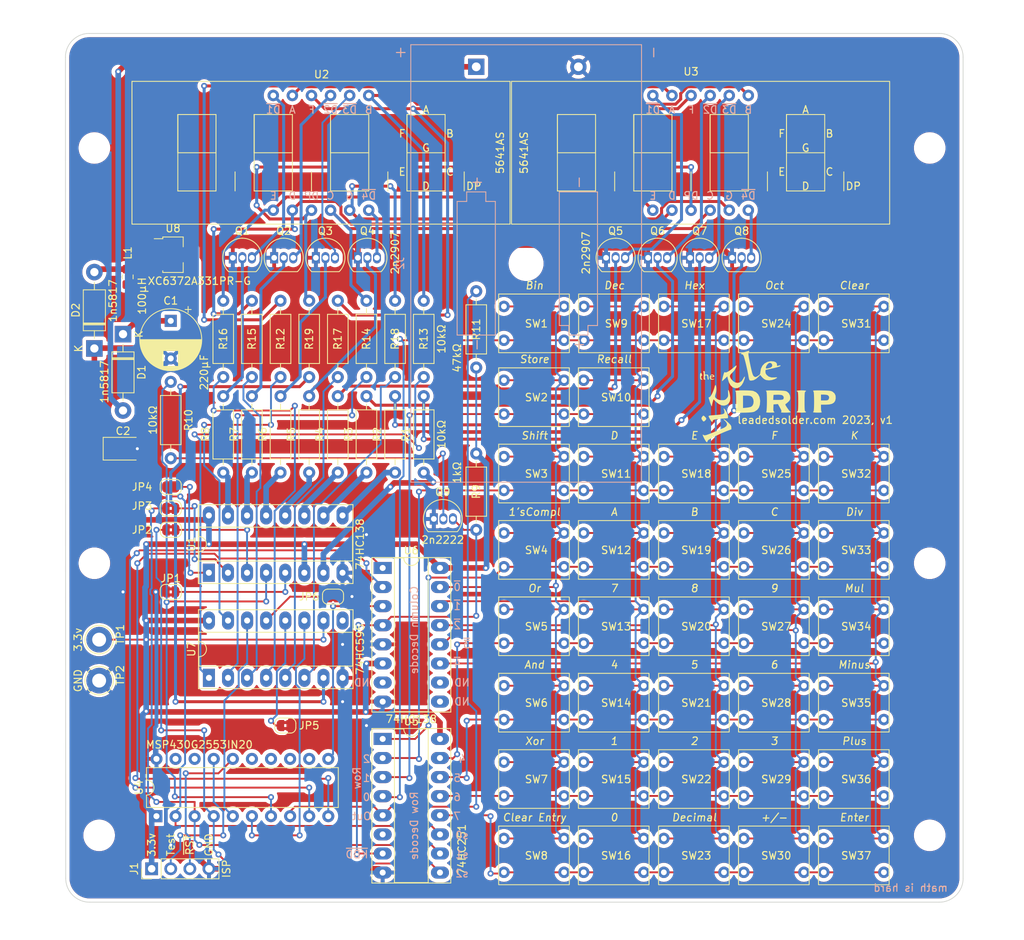
<source format=kicad_pcb>
(kicad_pcb (version 20211014) (generator pcbnew)
  (layers (0 "F.Cu" signal) (31 "B.Cu" signal) (34 "B.Paste" user) (35 "F.Paste" user) (36 "B.SilkS" user "B.Silkscreen") (37 "F.SilkS" user "F.Silkscreen") (38 "B.Mask" user) (39 "F.Mask" user) (44 "Edge.Cuts" user))
  (net 0 "")
  (net 1 "Net-(Q1-Pad3)")
  (net 2 "Net-(JP1-Pad2)")
  (net 3 "Net-(JP2-Pad2)")
  (net 4 "Net-(JP3-Pad2)")
  (net 5 "Net-(JP4-Pad2)")
  (net 6 "Net-(Q1-Pad2)")
  (net 7 "Net-(Q2-Pad2)")
  (net 8 "Net-(R1-Pad1)")
  (net 9 "Net-(R2-Pad1)")
  (net 10 "Net-(R3-Pad1)")
  (net 11 "Net-(R4-Pad1)")
  (net 12 "Net-(R5-Pad1)")
  (net 13 "Net-(R6-Pad1)")
  (net 14 "Net-(R7-Pad1)")
  (net 15 "Net-(R8-Pad1)")
  (net 16 "Net-(Q2-Pad3)")
  (net 17 "GND")
  (net 18 "Net-(Q3-Pad2)")
  (net 19 "Net-(Q3-Pad3)")
  (net 20 "Net-(Q4-Pad2)")
  (net 21 "Net-(Q4-Pad3)")
  (net 22 "Net-(Q5-Pad2)")
  (net 23 "Net-(Q5-Pad3)")
  (net 24 "Net-(Q6-Pad2)")
  (net 25 "Net-(Q6-Pad3)")
  (net 26 "Net-(Q7-Pad2)")
  (net 27 "Net-(Q7-Pad3)")
  (net 28 "Net-(Q8-Pad2)")
  (net 29 "Net-(Q8-Pad3)")
  (net 30 "VCC")
  (net 35 "/TEST")
  (net 36 "/~{RST}")
  (net 37 "/SEL_2")
  (net 38 "/SEL_1")
  (net 39 "/SEL_0")
  (net 40 "/LED{slash}~{KBD}")
  (net 41 "/~{LED}{slash}KBD")
  (net 42 "Net-(Q9-Pad2)")
  (net 43 "/KBD_DATA")
  (net 44 "/LED_A")
  (net 45 "Net-(R12-Pad2)")
  (net 46 "/LED_B")
  (net 47 "Net-(R13-Pad2)")
  (net 48 "/LED_C")
  (net 49 "Net-(R14-Pad2)")
  (net 50 "/LED_D")
  (net 51 "Net-(R15-Pad2)")
  (net 52 "/LED_E")
  (net 53 "Net-(R16-Pad2)")
  (net 54 "/LED_F")
  (net 55 "Net-(R17-Pad2)")
  (net 56 "/LED_G")
  (net 57 "Net-(R18-Pad2)")
  (net 58 "/LED_DP")
  (net 59 "Net-(R19-Pad2)")
  (net 60 "/KBD_ROW_0")
  (net 61 "/~{KBD_COL_0}")
  (net 62 "/KBD_ROW_1")
  (net 63 "/KBD_ROW_2")
  (net 64 "/KBD_ROW_3")
  (net 65 "/KBD_ROW_4")
  (net 66 "/KBD_ROW_5")
  (net 67 "/KBD_ROW_6")
  (net 68 "/KBD_ROW_7")
  (net 69 "/~{KBD_COL_1}")
  (net 70 "/~{KBD_COL_2}")
  (net 71 "/~{KBD_COL_3}")
  (net 72 "/~{KBD_COL_4}")
  (net 73 "/LED_DATA")
  (net 74 "/LED_CLOCK")
  (net 75 "/~{KBD_ROW_SEL_A}")
  (net 76 "/~{KBD_ROW_SEL_B}")
  (net 77 "/~{KBD_ROW_SEL_C}")
  (net 81 "Net-(JP5-Pad2)")
  (net 82 "Net-(JP6-Pad2)")
  (net 83 "/3.0v")
  (net 84 "/AA_POSITIVE")
  (net 89 "Net-(D2-Pad2)")
  (footprint "DripButtons:8mm_G77_Push" (layer "F.Cu") (at 155.258 133.767)
    (fp_text reference "SW16")
    (fp_text value "0")
  )
  (footprint "Package_DIP:DIP-20_W7.62mm" (layer "F.Cu") (at 98.43 130.8 90)
    (fp_text reference "U4")
    (fp_text value "MSP430G2553IN20")
  )
  (footprint "DripButtons:8mm_G77_Push" (layer "F.Cu") (at 165.9255 82.967)
    (fp_text reference "SW18")
    (fp_text value "E")
  )
  (footprint "DripButtons:8mm_G77_Push" (layer "F.Cu") (at 165.9255 133.767)
    (fp_text reference "SW23")
    (fp_text value "Decimal")
  )
  (footprint "Jumper:SolderJumper-2_P1.3mm_Bridged2Bar_RoundedPad1.0x1.5mm" (layer "F.Cu") (at 100.33 86.995)
    (fp_text reference "JP4")
    (fp_text value "Jumper_2_Bridged")
  )
  (footprint "Package_DIP:DIP-16_W7.62mm_Socket_LongPads" (layer "F.Cu") (at 105.41 112.395 90)
    (fp_text reference "U7")
    (fp_text value "74HC595")
  )
  (footprint "Resistor_THT:R_Axial_DIN0207_L6.3mm_D2.5mm_P10.16mm_Horizontal" (layer "F.Cu") (at 140.97 71.12 90)
    (fp_text reference "R11")
    (fp_text value "47kΩ")
  )
  (footprint "Jumper:SolderJumper-2_P1.3mm_Bridged2Bar_RoundedPad1.0x1.5mm" (layer "F.Cu") (at 121.92 101.6 180)
    (fp_text reference "JP6")
    (fp_text value "Jumper_2_Bridged")
  )
  (footprint "Resistor_THT:R_Axial_DIN0207_L6.3mm_D2.5mm_P10.16mm_Horizontal" (layer "F.Cu") (at 107.315 72.39 90)
    (fp_text reference "R16")
    (fp_text value "10kΩ")
  )
  (footprint "DripButtons:8mm_G77_Push" (layer "F.Cu") (at 187.198 113.447)
    (fp_text reference "SW35")
    (fp_text value "Minus")
  )
  (footprint "Resistor_THT:R_Axial_DIN0207_L6.3mm_D2.5mm_P10.16mm_Horizontal" (layer "F.Cu") (at 130.175 72.39 90)
    (fp_text reference "R18")
    (fp_text value "10kΩ")
  )
  (footprint "Capacitor_Tantalum_SMD:CP_EIA-3528-15_AVX-H_Pad1.50x2.35mm_HandSolder" (layer "F.Cu") (at 93.98 81.915)
    (fp_text reference "C2")
    (fp_text value "47µF")
  )
  (footprint "DripButtons:8mm_G77_Push" (layer "F.Cu") (at 155.258 93.127)
    (fp_text reference "SW12")
    (fp_text value "A")
  )
  (footprint "Resistor_THT:R_Axial_DIN0207_L6.3mm_D2.5mm_P10.16mm_Horizontal" (layer "F.Cu") (at 133.985 85.09 90)
    (fp_text reference "R1")
    (fp_text value "10kΩ")
  )
  (footprint "DripButtons:8mm_G77_Push" (layer "F.Cu") (at 176.56175 123.607)
    (fp_text reference "SW29")
    (fp_text value "3")
  )
  (footprint "Connector_PinHeader_2.54mm:PinHeader_1x04_P2.54mm_Vertical" (layer "F.Cu") (at 97.79 137.795 90)
    (fp_text reference "J1")
    (fp_text value "ISP")
  )
  (footprint "DripButtons:8mm_G77_Push" (layer "F.Cu") (at 155.258 113.447)
    (fp_text reference "SW14")
    (fp_text value "4")
  )
  (footprint "Resistor_THT:R_Axial_DIN0207_L6.3mm_D2.5mm_P10.16mm_Horizontal" (layer "F.Cu") (at 126.365 85.09 90)
    (fp_text reference "R3")
    (fp_text value "10kΩ")
  )
  (footprint "DripButtons:8mm_G77_Push" (layer "F.Cu") (at 155.258 103.287)
    (fp_text reference "SW13")
    (fp_text value "7")
  )
  (footprint "DripButtons:8mm_G77_Push" (layer "F.Cu") (at 187.198 82.967)
    (fp_text reference "SW32")
    (fp_text value "K")
  )
  (footprint "MountingHole:MountingHole_3.2mm_M3_DIN965" (layer "F.Cu") (at 90.805 133.35)
    (fp_text reference "REF**" hide)
    (fp_text value "MountingHole_3.2mm_M3_DIN965")
  )
  (footprint "DripButtons:8mm_G77_Push" (layer "F.Cu") (at 176.56175 82.967)
    (fp_text reference "SW25")
    (fp_text value "F")
  )
  (footprint "Resistor_THT:R_Axial_DIN0207_L6.3mm_D2.5mm_P10.16mm_Horizontal" (layer "F.Cu") (at 118.745 72.39 90)
    (fp_text reference "R19")
    (fp_text value "10kΩ")
  )
  (footprint "Package_TO_SOT_THT:TO-92_Inline" (layer "F.Cu") (at 175.006 56.515)
    (fp_text reference "Q8")
    (fp_text value "2n2907" hide)
  )
  (footprint "DripButtons:8mm_G77_Push" (layer "F.Cu") (at 187.198 123.607)
    (fp_text reference "SW36")
    (fp_text value "Plus")
  )
  (footprint "Diode_THT:D_DO-41_SOD81_P10.16mm_Horizontal" (layer "F.Cu") (at 90.17 68.58 90)
    (fp_text reference "D2")
    (fp_text value "1n5817")
  )
  (footprint "DripButtons:8mm_G77_Push" (layer "F.Cu") (at 144.653 82.967)
    (fp_text reference "SW3")
    (fp_text value "Shift")
  )
  (footprint "Diode_THT:D_DO-41_SOD81_P10.16mm_Horizontal" (layer "F.Cu") (at 93.98 66.675 -90)
    (fp_text reference "D1")
    (fp_text value "1n5817")
  )
  (footprint "DripButtons:8mm_G77_Push" (layer "F.Cu") (at 176.56175 62.992)
    (fp_text reference "SW24")
    (fp_text value "Oct")
  )
  (footprint "DripButtons:8mm_G77_Push" (layer "F.Cu") (at 187.198 103.287)
    (fp_text reference "SW34")
    (fp_text value "Mul")
  )
  (footprint "Logos:little-drip-tiny" (layer "F.Cu") (at 179.705 74.93)
    (fp_text reference "G***" hide)
    (fp_text value "LOGO" hide)
  )
  (footprint "DripButtons:8mm_G77_Push" (layer "F.Cu") (at 176.56175 113.447)
    (fp_text reference "SW28")
    (fp_text value "6")
  )
  (footprint "TestPoint:TestPoint_Loop_D2.50mm_Drill1.85mm" (layer "F.Cu") (at 90.805 112.765 90)
    (fp_text reference "TP2")
    (fp_text value "GND")
  )
  (footprint "DripButtons:8mm_G77_Push" (layer "F.Cu") (at 155.258 82.967)
    (fp_text reference "SW11")
    (fp_text value "D")
  )
  (footprint "DripButtons:8mm_G77_Push" (layer "F.Cu") (at 144.653 62.992)
    (fp_text reference "SW1")
    (fp_text value "Bin")
  )
  (footprint "Resistor_THT:R_Axial_DIN0207_L6.3mm_D2.5mm_P10.16mm_Horizontal" (layer "F.Cu") (at 111.125 85.09 90)
    (fp_text reference "R7")
    (fp_text value "10kΩ")
  )
  (footprint "DripButtons:8mm_G77_Push" (layer "F.Cu") (at 155.258 72.807)
    (fp_text reference "SW10")
    (fp_text value "Recall")
  )
  (footprint "Package_TO_SOT_THT:TO-92_Inline" (layer "F.Cu") (at 114.088333 56.515)
    (fp_text reference "Q2")
    (fp_text value "2n2907" hide)
  )
  (footprint "DripButtons:8mm_G77_Push" (layer "F.Cu") (at 187.198 62.992)
    (fp_text reference "SW31")
    (fp_text value "Clear")
  )
  (footprint "DripButtons:8mm_G77_Push" (layer "F.Cu") (at 165.9255 62.992)
    (fp_text reference "SW17")
    (fp_text value "Hex")
  )
  (footprint "MountingHole:MountingHole_3.2mm_M3_DIN965" (layer "F.Cu") (at 90.17 41.91)
    (fp_text reference "REF**" hide)
    (fp_text value "MountingHole_3.2mm_M3_DIN965")
  )
  (footprint "5641AS:5641AS_THT" (layer "F.Cu") (at 113.97 50.165)
    (fp_text reference "U2")
    (fp_text value "5641AS-4Digit-7Segment")
  )
  (footprint "Package_TO_SOT_SMD:SOT-89-3_Handsoldering" (layer "F.Cu") (at 100.33 56.11)
    (fp_text reference "U8")
    (fp_text value "XC6372A331PR-G")
  )
  (footprint "DripButtons:8mm_G77_Push" (layer "F.Cu") (at 165.9255 123.607)
    (fp_text reference "SW22")
    (fp_text value "2")
  )
  (footprint "DripButtons:8mm_G77_Push" (layer "F.Cu") (at 144.653 133.767)
    (fp_text reference "SW8")
    (fp_text value "Clear Entry")
  )
  (footprint "Resistor_THT:R_Axial_DIN0207_L6.3mm_D2.5mm_P10.16mm_Horizontal" (layer "F.Cu") (at 130.175 85.09 90)
    (fp_text reference "R2")
    (fp_text value "10kΩ")
  )
  (footprint "Resistor_THT:R_Axial_DIN0207_L6.3mm_D2.5mm_P10.16mm_Horizontal" (layer "F.Cu") (at 114.935 85.09 90)
    (fp_text reference "R6")
    (fp_text value "10kΩ")
  )
  (footprint "DripButtons:8mm_G77_Push" (layer "F.Cu") (at 165.9255 93.127)
    (fp_text reference "SW19")
    (fp_text value "B")
  )
  (footprint "Resistor_THT:R_Axial_DIN0207_L6.3mm_D2.5mm_P10.16mm_Horizontal" (layer "F.Cu") (at 118.745 85.09 90)
    (fp_text reference "R5")
    (fp_text value "10kΩ")
  )
  (footprint "Resistor_THT:R_Axial_DIN0207_L6.3mm_D2.5mm_P10.16mm_Horizontal" (layer "F.Cu") (at 133.985 72.39 90)
    (fp_text reference "R13")
    (fp_text value "10kΩ")
  )
  (footprint "Resistor_THT:R_Axial_DIN0207_L6.3mm_D2.5mm_P10.16mm_Horizontal" (layer "F.Cu") (at 122.555 72.39 90)
    (fp_text reference "R17")
    (fp_text value "10kΩ")
  )
  (footprint "DripButtons:8mm_G77_Push" (layer "F.Cu") (at 144.653 103.287)
    (fp_text reference "SW5")
    (fp_text value "Or")
  )
  (footprint "Jumper:SolderJumper-2_P1.3mm_Bridged2Bar_RoundedPad1.0x1.5mm" (layer "F.Cu") (at 100.345 92.71)
    (fp_text reference "JP2")
    (fp_text value "Jumper_2_Bridged")
  )
  (footprint "MountingHole:MountingHole_3.2mm_M3_DIN965" (layer "F.Cu") (at 201.295 133.35)
    (fp_text reference "REF**" hide)
    (fp_text value "MountingHole_3.2mm_M3_DIN965")
  )
  (footprint "Package_DIP:DIP-16_W7.62mm_Socket_LongPads" (layer "F.Cu") (at 128.524 97.78)
    (fp_text reference "U6")
    (fp_text value "74HC138")
  )
  (footprint "Package_TO_SOT_THT:TO-92_Inline" (layer "F.Cu") (at 108.585 56.515)
    (fp_text reference "Q1")
    (fp_text value "2n2907")
  )
  (footprint "Resistor_THT:R_Axial_DIN0207_L6.3mm_D2.5mm_P10.16mm_Horizontal" (layer "F.Cu") (at 107.315 85.09 90)
    (fp_text reference "R8")
    (fp_text value "10kΩ")
  )
  (footprint "Package_TO_SOT_THT:TO-92_Inline" (layer "F.Cu") (at 119.634 56.515)
    (fp_text reference "Q3")
    (fp_text value "2n2907" hide)
  )
  (footprint "Resistor_THT:R_Axial_DIN0207_L6.3mm_D2.5mm_P10.16mm_Horizontal" (layer "F.Cu") (at 140.97 82.55 -90)
    (fp_text reference "R9")
    (fp_text value "1kΩ")
  )
  (footprint "DripButtons:8mm_G77_Push" (layer "F.Cu") (at 187.198 93.127)
    (fp_text reference "SW33")
    (fp_text value "Div")
  )
  (footprint "Package_DIP:DIP-16_W7.62mm_Socket_LongPads" (layer "F.Cu") (at 105.4 98.415 90)
    (fp_text reference "U1")
    (fp_text value "74HC138")
  )
  (footprint "Package_TO_SOT_THT:TO-92_Inline" (layer "F.Cu") (at 169.418 56.515)
    (fp_text reference "Q7")
    (fp_text value "2n2907" hide)
  )
  (footprint "Resistor_THT:R_Axial_DIN0207_L6.3mm_D2.5mm_P10.16mm_Horizontal" (layer "F.Cu") (at 114.935 72.39 90)
    (fp_text reference "R12")
    (fp_text value "10kΩ")
  )
  (footprint "Package_TO_SOT_THT:TO-92L_Inline" (layer "F.Cu") (at 135.325 91.255)
    (fp_text reference "Q9")
    (fp_text value "2n2222")
  )
  (footprint "Resistor_THT:R_Axial_DIN0207_L6.3mm_D2.5mm_P10.16mm_Horizontal" (layer "F.Cu") (at 111.125 72.39 90)
    (fp_text reference "R15")
    (fp_text value "10kΩ")
  )
  (footprint "DripButtons:8mm_G77_Push" (layer "F.Cu") (at 144.653 123.607)
    (fp_text reference "SW7")
    (fp_text value "Xor")
  )
  (footprint "DripButtons:8mm_G77_Push" (layer "F.Cu") (at 165.9255 113.447)
    (fp_text reference "SW21")
    (fp_text value "5")
  )
  (footprint "Resistor_THT:R_Axial_DIN0207_L6.3mm_D2.5mm_P10.16mm_Horizontal" (layer "F.Cu") (at 100.33 73.025 -90)
    (fp_text reference "R10")
    (fp_text value "10kΩ")
  )
  (footprint "Package_TO_SOT_THT:TO-92_Inline" (layer "F.Cu") (at 125.222 56.515)
    (fp_text reference "Q4")
    (fp_text value "2n2907" hide)
  )
  (footprint "Package_DIP:DIP-16_W7.62mm_Socket_LongPads" (layer "F.Cu") (at 128.524 120.523)
    (fp_text reference "U5")
    (fp_text value "74HC251")
  )
  (footprint "Jumper:SolderJumper-2_P1.3mm_Bridged2Bar_RoundedPad1.0x1.5mm" (layer "F.Cu") (at 100.33 89.8525)
    (fp_text reference "JP3")
    (fp_text value "Jumper_2_Bridged")
  )
  (footprint "DripButtons:8mm_G77_Push" (layer "F.Cu") (at 165.9255 103.287)
    (fp_text reference "SW20")
    (fp_text value "8")
  )
  (footprint "DripButtons:8mm_G77_Push" (layer "F.Cu") (at 176.56175 133.767)
    (fp_text reference "SW30")
    (fp_text value "+/-")
  )
  (footprint "MountingHole:MountingHole_3.2mm_M3_DIN965" (layer "F.Cu") (at 201.295 41.91)
    (fp_text reference "REF**" hide)
    (fp_text value "MountingHole_3.2mm_M3_DIN965")
  )
  (footprint "Jumper:SolderJumper-2_P1.3mm_Bridged2Bar_RoundedPad1.0x1.5mm" (layer "F.Cu") (at 100.33 100.965)
    (fp_text reference "JP1")
    (fp_text value "Jumper_2_Bridged")
  )
  (footprint "TestPoint:TestPoint_Loop_D2.50mm_Drill1.85mm" (layer "F.Cu") (at 90.805 107.315 90)
    (fp_text reference "TP1")
    (fp_text value "3.3v")
  )
  (footprint "MountingHole:MountingHole_3.2mm_M3_DIN965" (layer "F.Cu") (at 201.295 97.155)
    (fp_text reference "REF**" hide)
    (fp_text value "MountingHole_3.2mm_M3_DIN965")
  )
  (footprint "MountingHole:MountingHole_3.2mm_M3_DIN965" (layer "F.Cu") (at 90.17 97.155)
    (fp_text reference "REF**" hide)
    (fp_text value "MountingHole_3.2mm_M3_DIN965")
  )
  (footprint "Package_TO_SOT_THT:TO-92_Inline" (layer "F.Cu") (at 158.242 56.515)
    (fp_text reference "Q5")
    (fp_text value "2n2907")
  )
  (footprint "DripButtons:8mm_G77_Push" (layer "F.Cu") (at 144.653 113.447)
    (fp_text reference "SW6")
    (fp_text value "And")
  )
  (footprint "Resistor_THT:R_Axial_DIN0207_L6.3mm_D2.5mm_P10.16mm_Horizontal" (layer "F.Cu") (at 126.365 72.39 90)
    (fp_text reference "R14")
    (fp_text value "10kΩ")
  )
  (footprint "DripButtons:8mm_G77_Push" (layer "F.Cu") (at 155.258 123.607)
    (fp_text reference "SW15")
    (fp_text value "1")
  )
  (footprint "DripButtons:8mm_G77_Push" (layer "F.Cu") (at 187.198 133.767)
    (fp_text reference "SW37")
    (fp_text value "Enter")
  )
  (footprint "DripButtons:8mm_G77_Push" (layer "F.Cu") (at 176.56175 103.287)
    (fp_text reference "SW27")
    (fp_text value "9")
  )
  (footprint "Package_TO_SOT_THT:TO-92_Inline" (layer "F.Cu") (at 163.83 56.515)
    (fp_text reference "Q6")
    (fp_text value "2n2907" hide)
  )
  (footprint "Jumper:SolderJumper-2_P1.3mm_Bridged2Bar_RoundedPad1.0x1.5mm" (layer "F.Cu") (at 115.57 118.745 180)
    (fp_text reference "JP5")
    (fp_text value "Jumper_2_Bridged")
  )
  (footprint "Inductor_SMD:L_0805_2012Metric_Pad1.15x1.40mm_HandSolder" (layer "F.Cu") (at 94.615 59.055 90)
    (fp_text reference "L1")
    (fp_text value "100µH")
  )
  (footprint "Capacitor_THT:CP_Radial_D8.0mm_P5.00mm" (layer "F.Cu") (at 100.33 64.907349 -90)
    (fp_text reference "C1")
    (fp_text value "220µF")
  )
  (footprint "DripButtons:8mm_G77_Push" (layer "F.Cu") (at 155.28925 62.992)
    (fp_text reference "SW9")
    (fp_text value "Dec")
  )
  (footprint "DripButtons:8mm_G77_Push" (layer "F.Cu") (at 176.56175 93.127)
    (fp_text reference "SW26")
    (fp_text value "C")
  )
  (footprint "DripButtons:8mm_G77_Push" (layer "F.Cu") (at 144.653 93.127)
    (fp_text reference "SW4")
    (fp_text value "1'sCompl")
  )
  (footprint "DripButtons:8mm_G77_Push" (layer "F.Cu") (at 144.653 72.807)
    (fp_text reference "SW2")
    (fp_text value "Store")
  )
  (footprint "5641AS:5641AS_THT" (layer "F.Cu") (at 164.465 50.165)
    (fp_text reference "U3")
    (fp_text value "5641AS-4Digit-7Segment")
  )
  (footprint "Resistor_THT:R_Axial_DIN0207_L6.3mm_D2.5mm_P10.16mm_Horizontal" (layer "F.Cu") (at 122.555 85.09 90)
    (fp_text reference "R4")
    (fp_text value "10kΩ")
  )
  (footprint "Battery:BatteryHolder_MPD_BC2AAPC_2xAA" (layer "B.Cu") (at 140.97 31.115 -90)
    (fp_text reference "J2")
    (fp_text value "2xAA Battery Holder")
  )
  (gr_arc (start 202.565 26.67) (mid 204.810064 27.599936) (end 205.74 29.845) (layer "Edge.Cuts") (width 0.1))
  (gr_line (start 205.74 139.065) (end 205.74 29.845) (layer "Edge.Cuts") (width 0.1))
  (gr_arc (start 86.319064 29.845) (mid 87.249 27.599936) (end 89.494064 26.67) (layer "Edge.Cuts") (width 0.1))
  (gr_arc (start 89.535 142.24) (mid 87.289936 141.310064) (end 86.36 139.065) (layer "Edge.Cuts") (width 0.1))
  (gr_line (start 86.319064 29.845) (end 86.36 139.065) (layer "Edge.Cuts") (width 0.1))
  (gr_line (start 202.565 142.24) (end 89.535 142.24) (layer "Edge.Cuts") (width 0.1))
  (gr_arc (start 205.74 139.065) (mid 204.810064 141.310064) (end 202.565 142.24) (layer "Edge.Cuts") (width 0.1))
  (gr_line (start 89.494064 26.67) (end 202.565 26.67) (layer "Edge.Cuts") (width 0.1))
  (gr_text "ND" (at 125.73 113.03) (layer "B.SilkS") (effects (font (size 1 1)) (justify mirror)))
  (gr_text "~{2}" (at 138.43 105.41) (layer "B.SilkS") (effects (font (size 1 1)) (justify mirror)))
  (gr_text "0" (at 126.365 128.27) (layer "B.SilkS") (effects (font (size 1 1)) (justify mirror)))
  (gr_text "Row" (at 125.095 125.73 90) (layer "B.SilkS") (effects (font (size 1 1)) (justify mirror)))
  (gr_text "~{1}" (at 138.43 102.87) (layer "B.SilkS") (effects (font (size 1 1)) (justify mirror)))
  (gr_text "~{4}" (at 138.43 110.49) (layer "B.SilkS") (effects (font (size 1 1)) (justify mirror)))
  (gr_text "~{3}" (at 139.7 107.95) (layer "B.SilkS") (effects (font (size 1 1)) (justify mirror)))
  (gr_text "s1" (at 139.065 135.89) (layer "B.SilkS") (effects (font (size 1 1)) (justify mirror)))
  (gr_text "2" (at 126.365 123.19) (layer "B.SilkS") (effects (font (size 1 1)) (justify mirror)))
  (gr_text "s2" (at 139.065 138.43) (layer "B.SilkS") (effects (font (size 1 1)) (justify mirror)))
  (gr_text "~{KBD}" (at 125.095 135.89) (layer "B.SilkS") (effects (font (size 1 1)) (justify mirror)))
  (gr_text "1" (at 126.365 125.73) (layer "B.SilkS") (effects (font (size 1 1)) (justify mirror)))
  (gr_text "7" (at 138.43 130.81) (layer "B.SilkS") (effects (font (size 1 1)) (justify mirror)))
  (gr_text "ND" (at 139.065 113.03) (layer "B.SilkS") (effects (font (size 1 1)) (justify mirror)))
  (gr_text "4" (at 139.065 123.19) (layer "B.SilkS") (effects (font (size 1 1)) (justify mirror)))
  (gr_text "Out" (at 125.73 130.81) (layer "B.SilkS") (effects (font (size 1 1)) (justify mirror)))
  (gr_text "math is hard" (at 198.755 140.335) (layer "B.SilkS") (effects (font (size 1 1)) (justify mirror)))
  (gr_text "~{0}" (at 138.43 100.33) (layer "B.SilkS") (effects (font (size 1 1)) (justify mirror)))
  (gr_text "6" (at 138.43 128.27) (layer "B.SilkS") (effects (font (size 1 1)) (justify mirror)))
  (gr_text "ND" (at 139.065 115.57) (layer "B.SilkS") (effects (font (size 1 1)) (justify mirror)))
  (gr_text "s0" (at 139.065 133.35) (layer "B.SilkS") (effects (font (size 1 1)) (justify mirror)))
  (gr_text "5" (at 138.43 125.73) (layer "B.SilkS") (effects (font (size 1 1)) (justify mirror)))
  (gr_text "Row Decode" (at 132.715 132.08 90) (layer "B.SilkS") (effects (font (size 1 1)) (justify mirror)))
  (gr_text "Column Decode" (at 132.715 106.045 90) (layer "B.SilkS") (effects (font (size 1 1)) (justify mirror)))
  (gr_text "GND" (at 105.41 134.62 90) (layer "F.SilkS") (effects (font (size 1 1))))
  (gr_text "leadedsolder.com 2023, v1" (at 186.055 78.105) (layer "F.SilkS") (effects (font (size 1 1))))
  (gr_text "3.3v" (at 97.79 134.62 90) (layer "F.SilkS") (effects (font (size 1 1))))
  (gr_text "~{RST}" (at 102.87 134.62 90) (layer "F.SilkS") (effects (font (size 1 1))))
  (gr_text "Test" (at 100.33 134.62 90) (layer "F.SilkS") (effects (font (size 1 1))))
  (gr_text "5641AS" (at 147.32 42.545 90) (layer "F.SilkS") (effects (font (size 1 1))))
  (gr_text "5641AS" (at 144.145 42.545 90) (layer "F.SilkS") (effects (font (size 1 1))))
  (segment (start 111.125 56.515) (end 115.348489 52.291511) (width 0.4) (layer "B.Cu") (net 1))
  (segment (start 115.348489 36.303489) (end 113.97 34.925) (width 0.4) (layer "B.Cu") (net 1))
  (segment (start 115.348489 52.291511) (end 115.348489 36.303489) (width 0.4) (layer "B.Cu") (net 1))
  (segment (start 100.965 100.965) (end 115.57 100.965) (width 0.25) (layer "F.Cu") (net 2))
  (via (at 115.57 100.965) (size 0.8) (drill 0.4) (layers "F.Cu" "B.Cu") (net 2))
  (segment (start 115.56 100.955) (end 115.56 98.415) (width 0.25) (layer "B.Cu") (net 2))
  (segment (start 115.57 100.965) (end 115.56 100.955) (width 0.25) (layer "B.Cu") (net 2))
  (segment (start 100.995 92.71) (end 110.49 92.71) (width 0.25) (layer "F.Cu") (net 3))
  (via (at 110.49 92.71) (size 0.8) (drill 0.4) (layers "F.Cu" "B.Cu") (net 3))
  (segment (start 110.49 92.71) (end 110.48 92.72) (width 0.25) (layer "B.Cu") (net 3))
  (segment (start 110.48 92.72) (end 110.48 98.415) (width 0.25) (layer "B.Cu") (net 3))
  (segment (start 106.603532 96.96951) (end 106.243522 96.6095) (width 0.25) (layer "F.Cu") (net 4))
  (segment (start 106.243522 96.6095) (end 103.505 96.6095) (width 0.25) (layer "F.Cu") (net 4))
  (segment (start 107.94 98.415) (end 106.603532 97.078532) (width 0.25) (layer "F.Cu") (net 4))
  (segment (start 106.603532 97.078532) (end 106.603532 96.96951) (width 0.25) (layer "F.Cu") (net 4))
  (segment (start 100.98 89.8525) (end 103.1875 89.8525) (width 0.25) (layer "F.Cu") (net 4))
  (segment (start 103.1875 89.8525) (end 103.505 89.535) (width 0.25) (layer "F.Cu") (net 4))
  (via (at 103.505 89.535) (size 0.8) (drill 0.4) (layers "F.Cu" "B.Cu") (net 4))
  (via (at 103.505 96.6095) (size 0.8) (drill 0.4) (layers "F.Cu" "B.Cu") (net 4))
  (segment (start 103.505 89.535) (end 103.505 96.6095) (width 0.25) (layer "B.Cu") (net 4))
  (segment (start 105.4 98.415) (end 102.9695 98.415) (width 0.25) (layer "F.Cu") (net 5))
  (segment (start 100.98 86.995) (end 102.87 86.995) (width 0.25) (layer "F.Cu") (net 5))
  (segment (start 102.9695 98.415) (end 102.9595 98.425) (width 0.25) (layer "F.Cu") (net 5))
  (via (at 102.87 86.995) (size 0.8) (drill 0.4) (layers "F.Cu" "B.Cu") (net 5))
  (via (at 102.9595 98.425) (size 0.8) (drill 0.4) (layers "F.Cu" "B.Cu") (net 5))
  (segment (start 102.780499 98.245999) (end 102.9595 98.425) (width 0.25) (layer "B.Cu") (net 5))
  (segment (start 102.780499 87.084501) (end 102.780499 98.245999) (width 0.25) (layer "B.Cu") (net 5))
  (segment (start 102.87 86.995) (end 102.780499 87.084501) (width 0.25) (layer "B.Cu") (net 5))
  (segment (start 109.855 72.39) (end 107.315 74.93) (width 0.4) (layer "B.Cu") (net 6))
  (segment (start 109.855 56.515) (end 109.855 72.39) (width 0.4) (layer "B.Cu") (net 6))
  (segment (start 112.324511 73.730489) (end 112.324511 60.698822) (width 0.4) (layer "B.Cu") (net 7))
  (segment (start 112.324511 60.698822) (end 115.358333 57.665) (width 0.4) (layer "B.Cu") (net 7))
  (segment (start 111.125 74.93) (end 112.324511 73.730489) (width 0.4) (layer "B.Cu") (net 7))
  (segment (start 115.358333 57.665) (end 115.358333 56.515) (width 0.4) (layer "B.Cu") (net 7))
  (segment (start 130.070489 86.464511) (end 129.54 86.995) (width 0.75) (layer "F.Cu") (net 8))
  (segment (start 135.150489 86.464511) (end 130.070489 86.464511) (width 0.75) (layer "F.Cu") (net 8))
  (segment (start 135.255 86.36) (end 135.150489 86.464511) (width 0.75) (layer "F.Cu") (net 8))
  (via (at 135.255 86.36) (size 0.8) (drill 0.4) (layers "F.Cu" "B.Cu") (net 8))
  (via (at 129.54 86.995) (size 0.8) (drill 0.4) (layers "F.Cu" "B.Cu") (net 8))
  (segment (start 129.54 86.995) (end 120.64 95.895) (width 0.75) (layer "B.Cu") (net 8))
  (segment (start 133.985 85.09) (end 135.255 86.36) (width 0.75) (layer "B.Cu") (net 8))
  (segment (start 120.64 95.895) (end 120.64 98.415) (width 0.75) (layer "B.Cu") (net 8))
  (segment (start 128.885 85.09) (end 130.175 85.09) (width 0.75) (layer "B.Cu") (net 9))
  (segment (start 123.18 90.795) (end 128.885 85.09) (width 0.75) (layer "B.Cu") (net 9))
  (segment (start 120.66 90.795) (end 126.365 85.09) (width 0.75) (layer "B.Cu") (net 10))
  (segment (start 120.64 90.795) (end 120.66 90.795) (width 0.75) (layer "B.Cu") (net 10))
  (segment (start 118.1 90.795) (end 118.1 89.545) (width 0.75) (layer "B.Cu") (net 11))
  (segment (start 118.1 89.545) (end 122.555 85.09) (width 0.75) (layer "B.Cu") (net 11))
  (segment (start 115.56 90.795) (end 115.56 89.793947) (width 0.75) (layer "B.Cu") (net 12))
  (segment (start 118.745 86.608946) (end 118.745 85.09) (width 0.75) (layer "B.Cu") (net 12))
  (segment (start 115.56 89.793947) (end 118.745 86.608946) (width 0.75) (layer "B.Cu") (net 12))
  (segment (start 113.02 90.795) (end 113.02 87.005) (width 0.75) (layer "B.Cu") (net 13))
  (segment (start 113.02 87.005) (end 114.935 85.09) (width 0.75) (layer "B.Cu") (net 13))
  (segment (start 110.48 85.735) (end 111.125 85.09) (width 0.75) (layer "B.Cu") (net 14))
  (segment (start 110.48 90.795) (end 110.48 85.735) (width 0.75) (layer "B.Cu") (net 14))
  (segment (start 107.94 85.715) (end 107.315 85.09) (width 0.75) (layer "B.Cu") (net 15))
  (segment (start 107.94 90.795) (end 107.94 85.715) (width 0.75) (layer "B.Cu") (net 15))
  (segment (start 116.628333 56.515) (end 117.671511 55.471822) (width 0.4) (layer "B.Cu") (net 16))
  (segment (start 117.671511 38.843489) (end 121.59 34.925) (width 0.4) (layer "B.Cu") (net 16))
  (segment (start 117.671511 55.471822) (end 117.671511 38.843489) (width 0.4) (layer "B.Cu") (net 16))
  (segment (start 105.41 137.795) (end 128.016 137.795) (width 0.75) (layer "F.Cu") (net 17))
  (segment (start 99.68 100.965) (end 98.3355 100.965) (width 0.5) (layer "F.Cu") (net 17))
  (segment (start 169.418 55.64396) (end 168.96452 55.19048) (width 0.75) (layer "F.Cu") (net 17))
  (segment (start 93.98 100.965) (end 99.68 100.965) (width 0.75) (layer "F.Cu") (net 17))
  (segment (start 163.14048 55.19048) (end 156.79048 55.19048) (width 0.75) (layer "F.Cu") (net 17))
  (segment (start 169.418 56.515) (end 169.418 55.64396) (width 0.75) (layer "F.Cu") (net 17))
  (segment (start 168.96452 55.19048) (end 163.14048 55.19048) (width 0.75) (layer "F.Cu") (net 17))
  (segment (start 128.524 115.56) (end 123.2 115.56) (width 0.5) (layer "F.Cu") (net 17))
  (segment (start 105.41 137.795) (end 102.235 134.62) (width 0.75) (layer "F.Cu") (net 17))
  (segment (start 173.68148 55.19048) (end 168.96452 55.19048) (width 0.75) (layer "F.Cu") (net 17))
  (segment (start 156.79048 55.19048) (end 156.425479 54.825479) (width 0.75) (layer "F.Cu") (net 17))
  (segment (start 125.222 55.015) (end 125.222 56.515) (width 0.75) (layer "F.Cu") (net 17))
  (segment (start 128.455 91.255) (end 126.365 93.345) (width 0.5) (layer "F.Cu") (net 17))
  (segment (start 128.016 137.795) (end 128.524 138.303) (width 0.75) (layer "F.Cu") (net 17))
  (segment (start 124.41904 101.6) (end 124.43952 101.57952) (width 0.75) (layer "F.Cu") (net 17))
  (segment (start 125.222 56.515) (end 123.317 54.61) (width 0.75) (layer "F.Cu") (net 17))
  (segment (start 128.524 107.94) (end 123.2 107.94) (width 0.5) (layer "F.Cu") (net 17))
  (segment (start 125.411521 54.825479) (end 125.222 55.015) (width 0.75) (layer "F.Cu") (net 17))
  (segment (start 163.14048 55.82548) (end 163.14048 55.19048) (width 0.75) (layer "F.Cu") (net 17))
  (segment (start 158.115 56.515) (end 156.79048 55.19048) (width 0.75) (layer "F.Cu") (net 17))
  (segment (start 123.317 54.61) (end 123.19 54.61) (width 0.75) (layer "F.Cu") (net 17))
  (segment (start 123.77048 55.19048) (end 123.19 54.61) (width 0.75) (layer "F.Cu") (net 17))
  (segment (start 158.242 56.515) (end 158.115 56.515) (width 0.75) (layer "F.Cu") (net 17))
  (segment (start 102.235 134.62) (end 100.33 134.62) (width 0.75) (layer "F.Cu") (net 17))
  (segment (start 135.325 91.255) (end 128.455 91.255) (width 0.5) (layer "F.Cu") (net 17))
  (segment (start 123.2 107.94) (end 123.19 107.95) (width 0.5) (layer "F.Cu") (net 17))
  (segment (start 175.006 56.515) (end 173.68148 55.19048) (width 0.75) (layer "F.Cu") (net 17))
  (segment (start 163.83 56.515) (end 163.14048 55.82548) (width 0.75) (layer "F.Cu") (net 17))
  (segment (start 122.57 101.6) (end 124.41904 101.6) (width 0.75) (layer "F.Cu") (net 17))
  (segment (start 123.2 115.56) (end 123.19 115.57) (width 0.5) (layer "F.Cu") (net 17))
  (segment (start 156.425479 54.825479) (end 125.411521 54.825479) (width 0.75) (layer "F.Cu") (net 17))
  (segment (start 116.22 118.745) (end 126.365 118.745) (width 0.5) (layer "F.Cu") (net 17))
  (via (at 123.19 107.95) (size 0.8) (drill 0.4) (layers "F.Cu" "B.Cu") (net 17))
  (via (at 126.365 118.745) (size 0.8) (drill 0.4) (layers "F.Cu" "B.Cu") (net 17))
  (via (at 100.33 134.62) (size 0.8) (drill 0.4) (layers "F.Cu" "B.Cu") (net 17))
  (via (at 126.365 93.345) (size 0.8) (drill 0.4) (layers "F.Cu" "B.Cu") (net 17))
  (via (at 95.885 81.915) (size 0.8) (drill 0.4) (layers "F.Cu" "B.Cu") (net 17))
  (via (at 124.43952 101.57952) (size 0.8) (drill 0.4) (layers "F.Cu" "B.Cu") (net 17))
  (via (at 98.3355 100.965) (size 0.8) (drill 0.4) (layers "F.Cu" "B.Cu") (net 17))
  (via (at 93.98 100.965) (size 0.8) (drill 0.4) (layers "F.Cu" "B.Cu") (net 17))
  (via (at 123.19 115.57) (size 0.8) (drill 0.4) (layers "F.Cu" "B.Cu") (net 17))
  (segment (start 128.524 116.586) (end 126.365 118.745) (width 0.5) (layer "B.Cu") (net 17))
  (segment (start 123.19 106.942088) (end 124.43952 105.692568) (width 0.5) (layer "B.Cu") (net 17))
  (segment (start 123.18 96.53) (end 123.18 98.415) (width 0.5) (layer "B.Cu") (net 17))
  (segment (start 95.885 74.352349) (end 95.885 81.915) (width 0.75) (layer "B.Cu") (net 17))
  (segment (start 98.43 124.31137) (end 99.679511 125.560881) (width 0.5) (layer "B.Cu") (net 17))
  (segment (start 99.679511 125.560881) (end 99.679511 132.064511) (width 0.5) (layer "B.Cu") (net 17))
  (segment (start 98.210499 122.960499) (end 98.210499 119.028124) (width 0.5) (layer "B.Cu") (net 17))
  (segment (start 98.43 123.18) (end 98.210499 122.960499) (width 0.5) (layer "B.Cu") (net 17))
  (segment (start 98.43 123.18) (end 98.43 124.31137) (width 0.5) (layer "B.Cu") (net 17))
  (segment (start 128.524 115.56) (end 128.524 116.586) (width 0.5) (layer "B.Cu") (net 17))
  (segment (start 95.885 81.915) (end 95.885 93.98) (width 0.75) (layer "B.Cu") (net 17))
  (segment (start 95.885 93.98) (end 94.615 95.25) (width 0.75) (layer "B.Cu") (net 17))
  (segment (start 94.615 95.25) (end 93.98 95.25) (width 0.75) (layer "B.Cu") (net 17))
  (segment (start 126.492 138.303) (end 128.524 138.303) (width 0.5) (layer "B.Cu") (net 17))
  (segment (start 93.98 95.25) (end 93.98 100.965) (width 0.75) (layer "B.Cu") (net 17))
  (segment (start 100.33 69.907349) (end 95.885 74.352349) (width 0.75) (layer "B.Cu") (net 17))
  (segment (start 100.33 132.715) (end 99.949 132.334) (width 0.75) (layer "B.Cu") (net 17))
  (segment (start 123.19 107.95) (end 123.19 106.942088) (width 0.5) (layer "B.Cu") (net 17))
  (segment (start 126.365 93.345) (end 123.18 96.53) (width 0.5) (layer "B.Cu") (net 17))
  (segment (start 126.365 118.745) (end 126.365 138.43) (width 0.5) (layer "B.Cu") (net 17))
  (segment (start 124.43952 101.57952) (end 124.43952 99.67452) (width 0.5) (layer "B.Cu") (net 17))
  (segment (start 124.43952 105.692568) (end 124.43952 101.57952) (width 0.5) (layer "B.Cu") (net 17))
  (segment (start 98.43 101.0595) (end 98.3355 100.965) (width 0.5) (layer "B.Cu") (net 17))
  (segment (start 100.33 134.62) (end 100.33 132.715) (width 0.75) (layer "B.Cu") (net 17))
  (segment (start 123.19 107.95) (end 123.19 112.395) (width 0.5) (layer "B.Cu") (net 17))
  (segment (start 124.43952 99.67452) (end 123.18 98.415) (width 0.5) (layer "B.Cu") (net 17))
  (segment (start 98.210499 119.028124) (end 98.43 118.808623) (width 0.5) (layer "B.Cu") (net 17))
  (segment (start 123.19 115.57) (end 123.19 112.395) (width 0.5) (layer "B.Cu") (net 17))
  (segment (start 126.365 138.43) (end 126.492 138.303) (width 0.5) (layer "B.Cu") (net 17))
  (segment (start 98.43 118.808623) (end 98.43 101.0595) (width 0.5) (layer "B.Cu") (net 17))
  (segment (start 99.679511 132.064511) (end 100.33 132.715) (width 0.5) (layer "B.Cu") (net 17))
  (segment (start 117.545489 72.319511) (end 117.545489 65.125877) (width 0.4) (layer "B.Cu") (net 18))
  (segment (start 114.935 74.93) (end 117.545489 72.319511) (width 0.4) (layer "B.Cu") (net 18))
  (segment (start 117.545489 65.125877) (end 120.904 61.767366) (width 0.4) (layer "B.Cu") (net 18))
  (segment (start 120.904 61.767366) (end 120.904 56.515) (width 0.4) (layer "B.Cu") (net 18))
  (segment (start 122.174 56.515) (end 122.174 55.515) (width 0.25) (layer "B.Cu") (net 19))
  (segment (start 120.503489 53.844489) (end 120.503489 38.551511) (width 0.25) (layer "B.Cu") (net 19))
  (segment (start 122.174 55.515) (end 120.503489 53.844489) (width 0.25) (layer "B.Cu") (net 19))
  (segment (start 120.503489 38.551511) (end 124.13 34.925) (width 0.25) (layer "B.Cu") (net 19))
  (segment (start 126.492 57.665) (end 126.492 56.515) (width 0.4) (layer "B.Cu") (net 20))
  (segment (start 127.564511 65.684123) (end 127.564511 58.737511) (width 0.4) (layer "B.Cu") (net 20))
  (segment (start 118.745 74.503634) (end 127.564511 65.684123) (width 0.4) (layer "B.Cu") (net 20))
  (segment (start 127.564511 58.737511) (end 126.492 57.665) (width 0.4) (layer "B.Cu") (net 20))
  (segment (start 118.745 74.93) (end 118.745 74.503634) (width 0.4) (layer "B.Cu") (net 20))
  (segment (start 127.762 51.282) (end 126.67 50.19) (width 0.4) (layer "B.Cu") (net 21))
  (segment (start 127.762 56.515) (end 127.762 51.282) (width 0.4) (layer "B.Cu") (net 21))
  (segment (start 144.171885 73.968511) (end 159.076489 73.968511) (width 0.4) (layer "F.Cu") (net 22))
  (segment (start 122.555 74.93) (end 123.895489 73.589511) (width 0.4) (layer "F.Cu") (net 22))
  (segment (start 143.792885 73.589511) (end 144.171885 73.968511) (width 0.4) (layer "F.Cu") (net 22))
  (segment (start 123.895489 73.589511) (end 143.792885 73.589511) (width 0.4) (layer "F.Cu") (net 22))
  (segment (start 159.076489 73.968511) (end 159.385 73.66) (width 0.4) (layer "F.Cu") (net 22))
  (via (at 159.385 73.66) (size 0.8) (drill 0.4) (layers "F.Cu" "B.Cu") (net 22))
  (segment (start 159.385 73.66) (end 159.512 73.533) (width 0.4) (layer "B.Cu") (net 22))
  (segment (start 159.512 73.533) (end 159.512 56.515) (width 0.4) (layer "B.Cu") (net 22))
  (segment (start 160.782 56.515) (end 161.931511 55.365489) (width 0.4) (layer "B.Cu") (net 23))
  (segment (start 168.275 51.435) (end 168.275 37.465) (width 0.4) (layer "B.Cu") (net 23))
  (segment (start 168.275 37.465) (end 167.005 37.465) (width 0.4) (layer "B.Cu") (net 23))
  (segment (start 161.931511 55.365489) (end 164.344511 55.365489) (width 0.4) (layer "B.Cu") (net 23))
  (segment (start 167.005 37.465) (end 164.465 34.925) (width 0.4) (layer "B.Cu") (net 23))
  (segment (start 164.344511 55.365489) (end 168.275 51.435) (width 0.4) (layer "B.Cu") (net 23))
  (segment (start 127.564511 76.129511) (end 163.900489 76.129511) (width 0.4) (layer "F.Cu") (net 24))
  (segment (start 163.900489 76.129511) (end 165.1 74.93) (width 0.4) (layer "F.Cu") (net 24))
  (segment (start 126.365 74.93) (end 127.564511 76.129511) (width 0.4) (layer "F.Cu") (net 24))
  (via (at 165.1 74.93) (size 0.8) (drill 0.4) (layers "F.Cu" "B.Cu") (net 24))
  (segment (start 167.087011 72.307989) (end 167.087011 59.652011) (width 0.4) (layer "B.Cu") (net 24))
  (segment (start 165.1 74.93) (end 165.1 74.295) (width 0.4) (layer "B.Cu") (net 24))
  (segment (start 167.087011 59.652011) (end 165.1 57.665) (width 0.4) (layer "B.Cu") (net 24))
  (segment (start 165.1 74.295) (end 167.087011 72.307989) (width 0.4) (layer "B.Cu") (net 24))
  (segment (start 165.1 57.665) (end 165.1 56.515) (width 0.4) (layer "B.Cu") (net 24))
  (segment (start 170.923489 51.961511) (end 170.923489 36.086511) (width 0.4) (layer "B.Cu") (net 25))
  (segment (start 170.923489 36.086511) (end 172.085 34.925) (width 0.4) (layer "B.Cu") (net 25))
  (segment (start 166.37 56.515) (end 170.923489 51.961511) (width 0.4) (layer "B.Cu") (net 25))
  (segment (start 168.275 78.105) (end 167.64 78.74) (width 0.4) (layer "F.Cu") (net 26))
  (segment (start 167.64 78.74) (end 130.175 78.74) (width 0.4) (layer "F.Cu") (net 26))
  (via (at 168.275 78.105) (size 0.8) (drill 0.4) (layers "F.Cu" "B.Cu") (net 26))
  (via (at 130.175 78.74) (size 0.8) (drill 0.4) (layers "F.Cu" "B.Cu") (net 26))
  (segment (start 170.688 56.515) (end 170.688 75.692) (width 0.4) (layer "B.Cu") (net 26))
  (segment (start 170.688 75.692) (end 168.275 78.105) (width 0.4) (layer "B.Cu") (net 26))
  (segment (start 130.175 78.74) (end 130.175 74.93) (width 0.4) (layer "B.Cu") (net 26))
  (segment (start 173.246511 36.303489) (end 174.625 34.925) (width 0.4) (layer "B.Cu") (net 27))
  (segment (start 173.246511 55.226489) (end 173.246511 36.303489) (width 0.4) (layer "B.Cu") (net 27))
  (segment (start 171.958 56.515) (end 173.246511 55.226489) (width 0.4) (layer "B.Cu") (net 27))
  (segment (start 171.45 80.645) (end 175.26 76.835) (width 0.4) (layer "F.Cu") (net 28))
  (segment (start 133.985 80.645) (end 171.45 80.645) (width 0.4) (layer "F.Cu") (net 28))
  (via (at 175.26 76.835) (size 0.8) (drill 0.4) (layers "F.Cu" "B.Cu") (net 28))
  (via (at 133.985 80.645) (size 0.8) (drill 0.4) (layers "F.Cu" "B.Cu") (net 28))
  (segment (start 175.26 58.681) (end 176.276 57.665) (width 0.4) (layer "B.Cu") (net 28))
  (segment (start 176.276 57.665) (end 176.276 56.515) (width 0.4) (layer "B.Cu") (net 28))
  (segment (start 175.26 76.835) (end 175.26 58.681) (width 0.4) (layer "B.Cu") (net 28))
  (segment (start 133.985 74.93) (end 133.985 80.645) (width 0.4) (layer "B.Cu") (net 28))
  (segment (start 177.546 50.571) (end 177.165 50.19) (width 0.4) (layer "B.Cu") (net 29))
  (segment (start 177.546 56.515) (end 177.546 50.571) (width 0.4) (layer "B.Cu") (net 29))
  (segment (start 103.529511 57.174511) (end 103.529511 68.555489) (width 0.75) (layer "F.Cu") (net 30))
  (segment (start 102.465 56.11) (end 103.529511 57.174511) (width 0.75) (layer "F.Cu") (net 30))
  (segment (start 134.71452 116.93452) (end 126.27048 116.93452) (width 0.75) (layer "F.Cu") (net 30))
  (segment (start 136.144 120.523) (end 136.144 118.364) (width 0.75) (layer "F.Cu") (net 30))
  (segment (start 90.17 91.44) (end 90.224511 91.385489) (width 0.75) (layer "F.Cu") (net 30))
  (segment (start 142.23 97.78) (end 142.24 97.79) (width 0.75) (layer "F.Cu") (net 30))
  (segment (start 135.89 118.11) (end 134.71452 116.93452) (width 0.75) (layer "F.Cu") (net 30))
  (segment (start 105.41 94.615) (end 97.0655 94.615) (width 0.75) (layer "F.Cu") (net 30))
  (segment (start 126.27048 116.93452) (end 97.16002 116.93452) (width 0.75) (layer "F.Cu") (net 30))
  (segment (start 92.355 81.915) (end 90.17 81.915) (width 0.75) (layer "F.Cu") (net 30))
  (segment (start 103.50686 68.532838) (end 90.217162 68.532838) (width 0.75) (layer "F.Cu") (net 30))
  (segment (start 136.144 118.364) (end 135.89 118.11) (width 0.75) (layer "F.Cu") (net 30))
  (segment (start 118.11 94.615) (end 132.979 94.615) (width 0.75) (layer "F.Cu") (net 30))
  (segment (start 97.16002 116.93452) (end 97.0655 116.84) (width 0.75) (layer "F.Cu") (net 30))
  (segment (start 98.2675 56.11) (end 102.465 56.11) (width 0.75) (layer "F.Cu") (net 30))
  (segment (start 120.65 107.315) (end 97.0655 107.315) (width 0.25) (layer "F.Cu") (net 30))
  (segment (start 105.41 94.615) (end 118.11 94.615) (width 0.75) (layer "F.Cu") (net 30))
  (segment (start 90.17 81.915) (end 90.17 91.44) (width 0.75) (layer "F.Cu") (net 30))
  (segment (start 90.217162 68.532838) (end 90.17 68.58) (width 0.75) (layer "F.Cu") (net 30))
  (segment (start 126.365 110.49) (end 128.514 110.49) (width 0.75) (layer "F.Cu") (net 30))
  (segment (start 90.17 68.58) (end 90.17 81.915) (width 0.75) (layer "F.Cu") (net 30))
  (segment (start 128.514 110.49) (end 128.524 110.48) (width 0.75) (layer "F.Cu") (net 30))
  (segment (start 136.144 97.78) (end 142.23 97.78) (width 0.75) (layer "F.Cu") (net 30))
  (segment (start 105.41 104.775) (end 97.0655 104.775) (width 0.75) (layer "F.Cu") (net 30))
  (segment (start 103.529511 68.555489) (end 103.50686 68.532838) (width 0.75) (layer "F.Cu") (net 30))
  (segment (start 97.0655 107.315) (end 90.805 107.315) (width 0.25) (layer "F.Cu") (net 30))
  (segment (start 132.979 94.615) (end 136.144 97.78) (width 0.75) (layer "F.Cu") (net 30))
  (segment (start 90.224511 91.385489) (end 104.809511 91.385489) (width 0.75) (layer "F.Cu") (net 30))
  (segment (start 104.809511 91.385489) (end 105.4 90.795) (width 0.75) (layer "F.Cu") (net 30))
  (via (at 118.11 94.615) (size 0.8) (drill 0.4) (layers "F.Cu" "B.Cu") (net 30))
  (via (at 97.0655 94.615) (size 0.8) (drill 0.4) (layers "F.Cu" "B.Cu") (net 30))
  (via (at 126.365 110.49) (size 0.8) (drill 0.4) (layers "F.Cu" "B.Cu") (net 30))
  (via (at 120.65 107.315) (size 0.8) (drill 0.4) (layers "F.Cu" "B.Cu") (net 30))
  (via (at 97.0655 104.775) (size 0.8) (drill 0.4) (layers "F.Cu" "B.Cu") (net 30))
  (via (at 142.24 97.79) (size 0.8) (drill 0.4) (layers "F.Cu" "B.Cu") (net 30))
  (via (at 97.0655 107.315) (size 0.8) (drill 0.4) (layers "F.Cu" "B.Cu") (net 30))
  (via (at 105.41 94.615) (size 0.8) (drill 0.4) (layers "F.Cu" "B.Cu") (net 30))
  (via (at 97.0655 116.84) (size 0.8) (drill 0.4) (layers "F.Cu" "B.Cu") (net 30))
  (via (at 126.27048 116.93452) (size 0.8) (drill 0.4) (layers "F.Cu" "B.Cu") (net 30))
  (segment (start 96.605978 117.299522) (end 97.0655 116.84) (width 0.75) (layer "B.Cu") (net 30))
  (segment (start 142.24 97.79) (end 142.344511 97.685489) (width 0.75) (layer "B.Cu") (net 30))
  (segment (start 126.27048 116.93452) (end 126.27048 110.58452) (width 0.75) (layer "B.Cu") (net 30))
  (segment (start 142.344511 83.924511) (end 140.97 82.55) (width 0.75) (layer "B.Cu") (net 30))
  (segment (start 97.055489 129.425489) (end 97.055489 128.524747) (width 0.75) (layer "B.Cu") (net 30))
  (segment (start 126.27048 110.58452) (end 126.365 110.49) (width 0.75) (layer "B.Cu") (net 30))
  (segment (start 96.605978 128.075235) (end 96.605978 117.299522) (width 0.75) (layer "B.Cu") (net 30))
  (segment (start 118.11 94.615) (end 118.11 98.405) (width 0.75) (layer "B.Cu") (net 30))
  (segment (start 97.0655 104.775) (end 97.0655 107.315) (width 0.75) (layer "B.Cu") (net 30))
  (segment (start 97.0655 100.221143) (end 96.911488 100.375155) (width 0.75) (layer "B.Cu") (net 30))
  (segment (start 120.65 104.775) (end 120.65 107.315) (width 0.25) (layer "B.Cu") (net 30))
  (segment (start 140.97 71.12) (end 140.97 82.55) (width 0.25) (layer "B.Cu") (net 30))
  (segment (start 96.911488 100.375155) (end 96.911488 104.620988) (width 0.75) (layer "B.Cu") (net 30))
  (segment (start 97.015743 128.485) (end 96.605978 128.075235) (width 0.75) (layer "B.Cu") (net 30))
  (segment (start 97.055489 128.524747) (end 97.015743 128.485) (width 0.75) (layer "B.Cu") (net 30))
  (segment (start 118.11 98.405) (end 118.1 98.415) (width 0.75) (layer "B.Cu") (net 30))
  (segment (start 97.055489 129.425489) (end 98.43 130.8) (width 0.75) (layer "B.Cu") (net 30))
  (segment (start 105.41 90.805) (end 105.4 90.795) (width 0.75) (layer "B.Cu") (net 30))
  (segment (start 97.79 130.16) (end 97.79 137.795) (width 0.75) (layer "B.Cu") (net 30))
  (segment (start 97.0655 107.315) (end 97.0655 116.84) (width 0.75) (layer "B.Cu") (net 30))
  (segment (start 142.344511 97.685489) (end 142.344511 83.924511) (width 0.75) (layer "B.Cu") (net 30))
  (segment (start 105.41 94.615) (end 105.41 90.805) (width 0.75) (layer "B.Cu") (net 30))
  (segment (start 97.0655 94.615) (end 97.0655 100.221143) (width 0.75) (layer "B.Cu") (net 30))
  (segment (start 96.911488 104.620988) (end 97.0655 104.775) (width 0.75) (layer "B.Cu") (net 30))
  (segment (start 101.6 133.35) (end 107.315 133.35) (width 0.25) (layer "F.Cu") (net 35))
  (via (at 107.315 133.35) (size 0.8) (drill 0.4) (layers "F.Cu" "B.Cu") (net 35))
  (via (at 101.6 133.35) (size 0.8) (drill 0.4) (layers "F.Cu" "B.Cu") (net 35))
  (segment (start 107.315 130.175) (end 106.045 128.905) (width 0.25) (layer "B.Cu") (net 35))
  (segment (start 100.33 136.525) (end 101.6 135.255) (width 0.25) (layer "B.Cu") (net 35))
  (segment (start 100.33 137.795) (end 100.33 136.525) (width 0.25) (layer "B.Cu") (net 35))
  (segment (start 106.045 128.905) (end 106.05 128.9) (width 0.25) (layer "B.Cu") (net 35))
  (segment (start 106.05 128.9) (end 106.05 123.18) (width 0.25) (layer "B.Cu") (net 35))
  (segment (start 107.315 133.35) (end 107.315 130.175) (width 0.25) (layer "B.Cu") (net 35))
  (segment (start 101.6 135.255) (end 101.6 133.35) (width 0.25) (layer "B.Cu") (net 35))
  (segment (start 108.59 123.18) (end 106.675 125.095) (width 0.25) (layer "F.Cu") (net 36))
  (segment (start 106.675 125.095) (end 102.3245 125.095) (width 0.25) (layer "F.Cu") (net 36))
  (via (at 102.3245 125.095) (size 0.8) (drill 0.4) (layers "F.Cu" "B.Cu") (net 36))
  (segment (start 102.87 133.5954) (end 102.3245 133.0499) (width 0.25) (layer "B.Cu") (net 36))
  (segment (start 102.87 137.795) (end 102.87 133.5954) (width 0.25) (layer "B.Cu") (net 36))
  (segment (start 102.3245 133.0499) (end 102.3245 125.095) (width 0.25) (layer "B.Cu") (net 36))
  (segment (start 107.885489 137.095489) (end 106.68 135.89) (width 0.25) (layer "F.Cu") (net 37))
  (segment (start 136.144 138.303) (end 134.936489 137.095489) (width 0.25) (layer "F.Cu") (net 37))
  (segment (start 99.06 119.38) (end 104.775 119.38) (width 0.25) (layer "F.Cu") (net 37))
  (segment (start 99.695 92.71) (end 98.425 92.71) (width 0.25) (layer "F.Cu") (net 37))
  (segment (start 134.936489 137.095489) (end 107.885489 137.095489) (width 0.25) (layer "F.Cu") (net 37))
  (via (at 104.775 119.38) (size 0.8) (drill 0.4) (layers "F.Cu" "B.Cu") (net 37))
  (via (at 99.06 119.38) (size 0.8) (drill 0.4) (layers "F.Cu" "B.Cu") (net 37))
  (via (at 98.425 92.71) (size 0.8) (drill 0.4) (layers "F.Cu" "B.Cu") (net 37))
  (via (at 106.68 135.89) (size 0.8) (drill 0.4) (layers "F.Cu" "B.Cu") (net 37))
  (segment (start 99.06 99.695) (end 99.06 119.38) (width 0.25) (layer "B.Cu") (net 37))
  (segment (start 106.05 130.8) (end 104.775 129.525) (width 0.25) (layer "B.Cu") (net 37))
  (segment (start 106.05 135.26) (end 106.05 130.8) (width 0.25) (layer "B.Cu") (net 37))
  (segment (start 106.68 135.89) (end 106.05 135.26) (width 0.25) (layer "B.Cu") (net 37))
  (segment (start 98.425 99.06) (end 99.06 99.695) (width 0.25) (layer "B.Cu") (net 37))
  (segment (start 98.425 92.71) (end 98.425 99.06) (width 0.25) (layer "B.Cu") (net 37))
  (segment (start 104.775 129.525) (end 104.775 119.38) (width 0.25) (layer "B.Cu") (net 37))
  (segment (start 103.505 128.905) (end 103.51 128.91) (width 0.25) (layer "F.Cu") (net 38))
  (segment (start 99.68 89.8525) (end 98.1075 89.8525) (width 0.25) (layer "F.Cu") (net 38))
  (segment (start 136.144 135.763) (end 135.01948 134.63848) (width 0.25) (layer "F.Cu") (net 38))
  (segment (start 103.51 128.91) (end 103.51 130.8) (width 0.25) (layer "F.Cu") (net 38))
  (segment (start 135.01948 134.63848) (end 104.15848 134.63848) (width 0.25) (layer "F.Cu") (net 38))
  (segment (start 98.425 128.905) (end 103.505 128.905) (width 0.25) (layer "F.Cu") (net 38))
  (segment (start 104.15848 134.63848) (end 104.14 134.62) (width 0.25) (layer "F.Cu") (net 38))
  (segment (start 98.1075 89.8525) (end 97.79 90.17) (width 0.25) (layer "F.Cu") (net 38))
  (via (at 98.425 128.905) (size 0.8) (drill 0.4) (layers "F.Cu" "B.Cu") (net 38))
  (via (at 97.79 90.17) (size 0.8) (drill 0.4) (layers "F.Cu" "B.Cu") (net 38))
  (via (at 104.14 134.62) (size 0.8) (drill 0.4) (layers "F.Cu" "B.Cu") (net 38))
  (segment (start 97.305489 127.785489) (end 98.425 128.905) (width 0.25) (layer "B.Cu") (net 38))
  (segment (start 97.700499 90.259501) (end 97.700499 93.010099) (width 0.25) (layer "B.Cu") (net 38))
  (segment (start 97.700499 93.010099) (end 97.79 93.0996) (width 0.25) (layer "B.Cu") (net 38))
  (segment (start 97.79 118.636142) (end 97.305489 119.120653) (width 0.25) (layer "B.Cu") (net 38))
  (segment (start 97.610999 100.664901) (end 97.610999 101.265099) (width 0.25) (layer "B.Cu") (net 38))
  (segment (start 97.79 101.4441) (end 97.79 118.636142) (width 0.25) (layer "B.Cu") (net 38))
  (segment (start 104.14 134.62) (end 103.51 133.99) (width 0.25) (layer "B.Cu") (net 38))
  (segment (start 97.305489 119.120653) (end 97.305489 127.785489) (width 0.25) (layer "B.Cu") (net 38))
  (segment (start 97.79 100.4859) (end 97.610999 100.664901) (width 0.25) (layer "B.Cu") (net 38))
  (segment (start 103.51 133.99) (end 103.51 130.8) (width 0.25) (layer "B.Cu") (net 38))
  (segment (start 97.79 93.0996) (end 97.79 100.4859) (width 0.25) (layer "B.Cu") (net 38))
  (segment (start 97.79 90.17) (end 97.700499 90.259501) (width 0.25) (layer "B.Cu") (net 38))
  (segment (start 97.610999 101.265099) (end 97.79 101.4441) (width 0.25) (layer "B.Cu") (net 38))
  (segment (start 100.97 132.075) (end 100.97 130.8) (width 0.25) (layer "F.Cu") (net 39))
  (segment (start 101.6 88.265) (end 100.54106 88.265) (width 0.25) (layer "F.Cu") (net 39))
  (segment (start 136.144 133.223) (end 135.01948 132.09848) (width 0.25) (layer "F.Cu") (net 39))
  (segment (start 100.965 132.08) (end 100.97 132.075) (width 0.25) (layer "F.Cu") (net 39))
  (segment (start 135.01948 132.09848) (end 100.98348 132.09848) (width 0.25) (layer "F.Cu") (net 39))
  (segment (start 99.68 87.40394) (end 99.68 86.995) (width 0.25) (layer "F.Cu") (net 39))
  (segment (start 100.98348 132.09848) (end 100.965 132.08) (width 0.25) (layer "F.Cu") (net 39))
  (segment (start 100.54106 88.265) (end 99.68 87.40394) (width 0.25) (layer "F.Cu") (net 39))
  (via (at 101.6 88.265) (size 0.8) (drill 0.4) (layers "F.Cu" "B.Cu") (net 39))
  (segment (start 100.97 130.8) (end 100.97 130.17) (width 0.25) (layer "B.Cu") (net 39))
  (segment (start 101.6 124.46) (end 102.235 123.825) (width 0.25) (layer "B.Cu") (net 39))
  (segment (start 100.97 130.17) (end 101.6 129.54) (width 0.25) (layer "B.Cu") (net 39))
  (segment (start 102.235 88.9) (end 101.6 88.265) (width 0.25) (layer "B.Cu") (net 39))
  (segment (start 101.6 129.54) (end 101.6 124.46) (width 0.25) (layer "B.Cu") (net 39))
  (segment (start 102.235 123.825) (end 102.235 88.9) (width 0.25) (layer "B.Cu") (net 39))
  (segment (start 139.32 92.71) (end 137.865 91.255) (width 0.25) (layer "F.Cu") (net 40))
  (segment (start 125.222 135.763) (end 128.524 135.763) (width 0.25) (layer "F.Cu") (net 40))
  (segment (start 129.64852 104.27548) (end 140.83452 104.27548) (width 0.25) (layer "F.Cu") (net 40))
  (segment (start 140.97 92.71) (end 139.32 92.71) (width 0.25) (layer "F.Cu") (net 40))
  (segment (start 128.524 105.4) (end 129.64852 104.27548) (width 0.25) (layer "F.Cu") (net 40))
  (segment (start 128.524 105.4) (end 125.332743 105.4) (width 0.25) (layer "F.Cu") (net 40))
  (segment (start 140.83452 104.27548) (end 140.97 104.14) (width 0.25) (layer "F.Cu") (net 40))
  (segment (start 125.095 135.89) (end 125.222 135.763) (width 0.25) (layer "F.Cu") (net 40))
  (segment (start 125.332743 105.4) (end 125.28902 105.356277) (width 0.25) (layer "F.Cu") (net 40))
  (via (at 140.97 104.14) (size 0.8) (drill 0.4) (layers "F.Cu" "B.Cu") (net 40))
  (via (at 125.28902 105.356277) (size 0.8) (drill 0.4) (layers "F.Cu" "B.Cu") (net 40))
  (via (at 125.095 135.89) (size 0.8) (drill 0.4) (layers "F.Cu" "B.Cu") (net 40))
  (segment (start 125.095 105.550297) (end 125.28902 105.356277) (width 0.25) (layer "B.Cu") (net 40))
  (segment (start 125.095 135.89) (end 125.095 105.550297) (width 0.25) (layer "B.Cu") (net 40))
  (segment (start 140.97 104.14) (end 140.97 92.71) (width 0.25) (layer "B.Cu") (net 40))
  (segment (start 113.665 128.27) (end 100.965 128.27) (width 0.25) (layer "F.Cu") (net 41))
  (segment (start 113.03 102.235) (end 99.874503 102.235) (width 0.25) (layer "F.Cu") (net 41))
  (segment (start 99.874503 102.235) (end 99.7845 102.325003) (width 0.25) (layer "F.Cu") (net 41))
  (segment (start 100.965 128.27) (end 100.8755 128.1805) (width 0.25) (layer "F.Cu") (net 41))
  (via (at 113.03 102.235) (size 0.8) (drill 0.4) (layers "F.Cu" "B.Cu") (net 41))
  (via (at 99.7845 102.325003) (size 0.8) (drill 0.4) (layers "F.Cu" "B.Cu") (net 41))
  (via (at 113.665 128.27) (size 0.8) (drill 0.4) (layers "F.Cu" "B.Cu") (net 41))
  (via (at 100.8755 128.1805) (size 0.8) (drill 0.4) (layers "F.Cu" "B.Cu") (net 41))
  (segment (start 113.67 128.275) (end 113.67 130.8) (width 0.25) (layer "B.Cu") (net 41))
  (segment (start 100.8755 125.6405) (end 99.7845 124.5495) (width 0.25) (layer "B.Cu") (net 41))
  (segment (start 113.02 98.415) (end 113.02 102.225) (width 0.25) (layer "B.Cu") (net 41))
  (segment (start 113.02 102.225) (end 113.03 102.235) (width 0.25) (layer "B.Cu") (net 41))
  (segment (start 99.7845 102.325003) (end 99.7845 84.2298) (width 0.25) (layer "B.Cu") (net 41))
  (segment (start 100.8755 128.1805) (end 100.8755 125.6405) (width 0.25) (layer "B.Cu") (net 41))
  (segment (start 99.205489 83.650789) (end 99.205489 74.149511) (width 0.25) (layer "B.Cu") (net 41))
  (segment (start 99.7845 124.5495) (end 99.7845 102.325003) (width 0.25) (layer "B.Cu") (net 41))
  (segment (start 99.7845 84.2298) (end 99.205489 83.650789) (width 0.25) (layer "B.Cu") (net 41))
  (segment (start 113.665 128.27) (end 113.67 128.275) (width 0.25) (layer "B.Cu") (net 41))
  (segment (start 99.205489 74.149511) (end 100.33 73.025) (width 0.25) (layer "B.Cu") (net 41))
  (segment (start 135.89 83.185) (end 100.33 83.185) (width 0.25) (layer "F.Cu") (net 42))
  (segment (start 136.525 82.55) (end 135.89 83.185) (width 0.25) (layer "F.Cu") (net 42))
  (via (at 136.525 82.55) (size 0.8) (drill 0.4) (layers "F.Cu" "B.Cu") (net 42))
  (segment (start 136.595 91.255) (end 136.595 82.62) (width 0.25) (layer "B.Cu") (net 42))
  (segment (start 136.595 82.62) (end 136.525 82.55) (width 0.25) (layer "B.Cu") (net 42))
  (segment (start 116.84 129.54) (end 116.21 130.17) (width 0.25) (layer "F.Cu") (net 43))
  (segment (start 127.381 129.54) (end 116.84 129.54) (width 0.25) (layer "F.Cu") (net 43))
  (segment (start 140.97 129.54) (end 129.667 129.54) (width 0.25) (layer "F.Cu") (net 43))
  (segment (start 128.524 130.683) (end 127.381 129.54) (width 0.25) (layer "F.Cu") (net 43))
  (segment (start 116.21 130.17) (end 116.21 130.8) (width 0.25) (layer "F.Cu") (net 43))
  (segment (start 129.667 129.54) (end 128.524 130.683) (width 0.25) (layer "F.Cu") (net 43))
  (via (at 140.97 129.54) (size 0.8) (drill 0.4) (layers "F.Cu" "B.Cu") (net 43))
  (segment (start 139.845489 115.715489) (end 140.97 116.84) (width 0.25) (layer "B.Cu") (net 43))
  (segment (start 139.845489 62.084511) (end 139.845489 115.715489) (width 0.25) (layer "B.Cu") (net 43))
  (segment (start 140.97 60.96) (end 139.845489 62.084511) (width 0.25) (layer "B.Cu") (net 43))
  (segment (start 140.97 116.84) (end 140.97 129.54) (width 0.25) (layer "B.Cu") (net 43))
  (segment (start 104.775 78.74) (end 113.665 78.74) (width 0.25) (layer "F.Cu") (net 44))
  (via (at 104.775 78.74) (size 0.8) (drill 0.4) (layers "F.Cu" "B.Cu") (net 44))
  (via (at 113.665 78.74) (size 0.8) (drill 0.4) (layers "F.Cu" "B.Cu") (net 44))
  (segment (start 106.81548 86.18078) (end 104.775 84.1403) (width 0.25) (layer "B.Cu") (net 44))
  (segment (start 113.665 73.66) (end 114.935 72.39) (width 0.25) (layer "B.Cu") (net 44))
  (segment (start 104.775 84.1403) (end 104.775 78.74) (width 0.25) (layer "B.Cu") (net 44))
  (segment (start 106.81548 103.64048) (end 106.81548 86.18078) (width 0.25) (layer "B.Cu") (net 44))
  (segment (start 107.95 104.775) (end 106.81548 103.64048) (width 0.25) (layer "B.Cu") (net 44))
  (segment (start 113.665 78.74) (end 113.665 73.66) (width 0.25) (layer "B.Cu") (net 44))
  (segment (start 165.843489 33.763489) (end 167.005 34.925) (width 0.4) (layer "F.Cu") (net 45))
  (segment (start 112.395 64.77) (end 104.775 64.77) (width 0.4) (layer "F.Cu") (net 45))
  (segment (start 114.935 62.23) (end 112.395 64.77) (width 0.4) (layer "F.Cu") (net 45))
  (segment (start 118.001511 33.763489) (end 165.843489 33.763489) (width 0.4) (layer "F.Cu") (net 45))
  (segment (start 118.11 33.655) (end 118.001511 33.763489) (width 0.4) (layer "F.Cu") (net 45))
  (segment (start 117.671511 33.763489) (end 118.001511 33.763489) (width 0.4) (layer "F.Cu") (net 45))
  (segment (start 116.51 34.925) (end 117.671511 33.763489) (width 0.4) (layer "F.Cu") (net 45))
  (segment (start 104.775 33.655) (end 118.11 33.655) (width 0.4) (layer "F.Cu") (net 45))
  (via (at 104.775 33.655) (size 0.8) (drill 0.4) (layers "F.Cu" "B.Cu") (net 45))
  (via (at 104.775 64.77) (size 0.8) (drill 0.4) (layers "F.Cu" "B.Cu") (net 45))
  (segment (start 104.775 64.77) (end 104.775 33.655) (width 0.4) (layer "B.Cu") (net 45))
  (segment (start 131.5345 80.01) (end 133.35 81.8255) (width 0.25) (layer "F.Cu") (net 46))
  (segment (start 103.505 80.01) (end 131.5345 80.01) (width 0.25) (layer "F.Cu") (net 46))
  (via (at 103.505 80.01) (size 0.8) (drill 0.4) (layers "F.Cu" "B.Cu") (net 46))
  (via (at 133.35 81.8255) (size 0.8) (drill 0.4) (layers "F.Cu" "B.Cu") (net 46))
  (segment (start 104.275489 111.260489) (end 104.275489 80.780489) (width 0.25) (layer "B.Cu") (net 46))
  (segment (start 104.275489 80.780489) (end 103.505 80.01) (width 0.25) (layer "B.Cu") (net 46))
  (segment (start 132.860489 81.335989) (end 133.35 81.8255) (width 0.25) (layer "B.Cu") (net 46))
  (segment (start 132.860489 73.514511) (end 132.860489 81.335989) (width 0.25) (layer "B.Cu") (net 46))
  (segment (start 133.985 72.39) (end 132.860489 73.514511) (width 0.25) (layer "B.Cu") (net 46))
  (segment (start 105.41 112.395) (end 104.275489 111.260489) (width 0.25) (layer "B.Cu") (net 46))
  (segment (start 131.940666 34.925) (end 126.67 34.925) (width 0.4) (layer "F.Cu") (net 47))
  (segment (start 133.102177 36.086511) (end 131.940666 34.925) (width 0.4) (layer "F.Cu") (net 47))
  (segment (start 169.063885 33.763489) (end 168.166511 34.660863) (width 0.4) (layer "F.Cu") (net 47))
  (segment (start 176.003489 33.763489) (end 169.063885 33.763489) (width 0.4) (layer "F.Cu") (net 47))
  (segment (start 177.165 34.925) (end 176.003489 33.763489) (width 0.4) (layer "F.Cu") (net 47))
  (segment (start 168.166511 34.660863) (end 168.166511 35.406115) (width 0.4) (layer "F.Cu") (net 47))
  (segment (start 168.166511 35.406115) (end 167.486115 36.086511) (width 0.4) (layer "F.Cu") (net 47))
  (segment (start 167.486115 36.086511) (end 133.102177 36.086511) (width 0.4) (layer "F.Cu") (net 47))
  (segment (start 126.67 34.925) (end 133.985 42.24) (width 0.4) (layer "B.Cu") (net 47))
  (segment (start 133.985 42.24) (end 133.985 62.23) (width 0.4) (layer "B.Cu") (net 47))
  (segment (start 109.3095 77.47) (end 109.22 77.5595) (width 0.25) (layer "F.Cu") (net 48))
  (segment (start 124.46 77.47) (end 109.3095 77.47) (width 0.25) (layer "F.Cu") (net 48))
  (via (at 124.46 77.47) (size 0.8) (drill 0.4) (layers "F.Cu" "B.Cu") (net 48))
  (via (at 109.22 77.5595) (size 0.8) (drill 0.4) (layers "F.Cu" "B.Cu") (net 48))
  (segment (start 109.22 110.475) (end 109.22 77.5595) (width 0.25) (layer "B.Cu") (net 48))
  (segment (start 107.95 112.395) (end 107.95 111.745) (width 0.25) (layer "B.Cu") (net 48))
  (segment (start 124.46 77.47) (end 124.46 74.295) (width 0.25) (layer "B.Cu") (net 48))
  (segment (start 107.95 111.745) (end 109.22 110.475) (width 0.25) (layer "B.Cu") (net 48))
  (segment (start 124.46 74.295) (end 126.365 72.39) (width 0.25) (layer "B.Cu") (net 48))
  (segment (start 169.640979 52.634021) (end 124.034021 52.634021) (width 0.4) (layer "F.Cu") (net 49))
  (segment (start 124.034021 52.634021) (end 121.59 50.19) (width 0.4) (layer "F.Cu") (net 49))
  (segment (start 172.085 50.19) (end 169.640979 52.634021) (width 0.4) (layer "F.Cu") (net 49))
  (segment (start 124.297489 52.897489) (end 121.59 50.19) (width 0.4) (layer "B.Cu") (net 49))
  (segment (start 126.365 62.23) (end 124.297489 60.162489) (width 0.4) (layer "B.Cu") (net 49))
  (segment (start 124.297489 60.162489) (end 124.297489 52.897489) (width 0.4) (layer "B.Cu") (net 49))
  (segment (start 112.249511 77.644811) (end 110.000489 75.395789) (width 0.25) (layer "B.Cu") (net 50))
  (segment (start 110.000489 75.395789) (end 110.000489 73.514511) (width 0.25) (layer "B.Cu") (net 50))
  (segment (start 111.76 111.125) (end 111.76 87.63) (width 0.25) (layer "B.Cu") (net 50))
  (segment (start 110.49 112.395) (end 111.76 111.125) (width 0.25) (layer "B.Cu") (net 50))
  (segment (start 110.000489 73.514511) (end 111.125 72.39) (width 0.25) (layer "B.Cu") (net 50))
  (segment (start 112.249511 87.140489) (end 112.249511 77.644811) (width 0.25) (layer "B.Cu") (net 50))
  (segment (start 111.76 87.63) (end 112.249511 87.140489) (width 0.25) (layer "B.Cu") (net 50))
  (segment (start 111.125 62.23) (end 109.3845 63.9705) (width 0.4) (layer "F.Cu") (net 51))
  (segment (start 165.160489 52.034511) (end 167.005 50.19) (width 0.4) (layer "F.Cu") (net 51))
  (segment (start 122.968489 49.708885) (end 122.968489 50.671115) (width 0.4) (layer "F.Cu") (net 51))
  (segment (start 122.968489 50.671115) (end 124.331885 52.034511) (width 0.4) (layer "F.Cu") (net 51))
  (segment (start 116.51 50.19) (end 117.671511 49.028489) (width 0.4) (layer "F.Cu") (net 51))
  (segment (start 124.331885 52.034511) (end 165.160489 52.034511) (width 0.4) (layer "F.Cu") (net 51))
  (segment (start 116.84 52.705) (end 106.045 52.705) (width 0.4) (layer "F.Cu") (net 51))
  (segment (start 117.671511 49.028489) (end 122.288093 49.028489) (width 0.4) (layer "F.Cu") (net 51))
  (segment (start 109.3845 63.9705) (end 106.045 63.9705) (width 0.4) (layer "F.Cu") (net 51))
  (segment (start 122.288093 49.028489) (end 122.968489 49.708885) (width 0.4) (layer "F.Cu") (net 51))
  (via (at 116.84 52.705) (size 0.8) (drill 0.4) (layers "F.Cu" "B.Cu") (net 51))
  (via (at 106.045 52.705) (size 0.8) (drill 0.4) (layers "F.Cu" "B.Cu") (net 51))
  (via (at 106.045 63.9705) (size 0.8) (drill 0.4) (layers "F.Cu" "B.Cu") (net 51))
  (segment (start 116.51 52.375) (end 116.84 52.705) (width 0.4) (layer "B.Cu") (net 51))
  (segment (start 116.51 50.19) (end 116.51 52.375) (width 0.4) (layer "B.Cu") (net 51))
  (segment (start 106.045 52.705) (end 106.045 63.9705) (width 0.4) (layer "B.Cu") (net 51))
  (segment (start 116.205 76.835) (end 116.84 76.2) (width 0.25) (layer "F.Cu") (net 52))
  (segment (start 106.045 76.835) (end 116.205 76.835) (width 0.25) (layer "F.Cu") (net 52))
  (via (at 106.045 76.835) (size 0.8) (drill 0.4) (layers "F.Cu" "B.Cu") (net 52))
  (via (at 116.84 76.2) (size 0.8) (drill 0.4) (layers "F.Cu" "B.Cu") (net 52))
  (segment (start 107.315 72.39) (end 106.045 73.66) (width 0.25) (layer "B.Cu") (net 52))
  (segment (start 106.045 73.66) (end 106.045 76.835) (width 0.25) (layer "B.Cu") (net 52))
  (segment (start 114.15452 110.62048) (end 113.03 111.745) (width 0.25) (layer "B.Cu") (net 52))
  (segment (start 114.15452 90.210169) (end 114.15452 110.62048) (width 0.25) (layer "B.Cu") (net 52))
  (segment (start 116.84 76.2) (end 116.84 87.524689) (width 0.25) (layer "B.Cu") (net 52))
  (segment (start 113.03 111.745) (end 113.03 112.395) (width 0.25) (layer "B.Cu") (net 52))
  (segment (start 116.84 87.524689) (end 114.15452 90.210169) (width 0.25) (layer "B.Cu") (net 52))
  (segment (start 164.461 50.19) (end 162.699979 48.428979) (width 0.4) (layer "F.Cu") (net 53))
  (segment (start 162.699979 48.428979) (end 115.727021 48.428979) (width 0.4) (layer "F.Cu") (net 53))
  (segment (start 115.727021 48.428979) (end 113.966 50.19) (width 0.4) (layer "F.Cu") (net 53))
  (segment (start 107.315 55.710978) (end 107.315 62.23) (width 0.4) (layer "B.Cu") (net 53))
  (segment (start 113.966 50.19) (end 112.835978 50.19) (width 0.4) (layer "B.Cu") (net 53))
  (segment (start 112.835978 50.19) (end 107.315 55.710978) (width 0.4) (layer "B.Cu") (net 53))
  (segment (start 115.57 111.745) (end 115.57 112.395) (width 0.25) (layer "B.Cu") (net 54))
  (segment (start 120.65 74.295) (end 120.65 85.725) (width 0.25) (layer "B.Cu") (net 54))
  (segment (start 116.84 110.475) (end 115.57 111.745) (width 0.25) (layer "B.Cu") (net 54))
  (segment (start 116.84 89.535) (end 116.84 110.475) (width 0.25) (layer "B.Cu") (net 54))
  (segment (start 122.555 72.39) (end 120.65 74.295) (width 0.25) (layer "B.Cu") (net 54))
  (segment (start 120.65 85.725) (end 116.84 89.535) (width 0.25) (layer "B.Cu") (net 54))
  (segment (start 167.783979 36.686021) (end 120.811021 36.686021) (width 0.4) (layer "F.Cu") (net 55))
  (segment (start 120.811021 36.686021) (end 119.05 34.925) (width 0.4) (layer "F.Cu") (net 55))
  (segment (start 124.46 64.135) (end 137.16 64.135) (width 0.4) (layer "F.Cu") (net 55))
  (segment (start 169.545 34.925) (end 167.783979 36.686021) (width 0.4) (layer "F.Cu") (net 55))
  (segment (start 122.555 62.23) (end 124.46 64.135) (width 0.4) (layer "F.Cu") (net 55))
  (via (at 132.571021 36.686021) (size 0.8) (drill 0.4) (layers "F.Cu" "B.Cu") (net 55))
  (via (at 137.16 64.135) (size 0.8) (drill 0.4) (layers "F.Cu" "B.Cu") (net 55))
  (segment (start 137.16 64.135) (end 137.16 41.275) (width 0.4) (layer "B.Cu") (net 55))
  (segment (start 137.16 41.275) (end 132.571021 36.686021) (width 0.4) (layer "B.Cu") (net 55))
  (segment (start 128.27 73.66) (end 128.905 73.66) (width 0.25) (layer "B.Cu") (net 56))
  (segment (start 128.27 81.28) (end 128.27 73.66) (width 0.25) (layer "B.Cu") (net 56))
  (segment (start 119.64452 89.27048) (end 120.27952 89.27048) (width 0.25) (layer "B.Cu") (net 56))
  (segment (start 118.11 112.395) (end 119.38 111.125) (width 0.25) (layer "B.Cu") (net 56))
  (segment (start 119.38 89.535) (end 119.64452 89.27048) (width 0.25) (layer "B.Cu") (net 56))
  (segment (start 119.38 111.125) (end 119.38 89.535) (width 0.25) (layer "B.Cu") (net 56))
  (segment (start 128.905 73.66) (end 130.175 72.39) (width 0.25) (layer "B.Cu") (net 56))
  (segment (start 120.27952 89.27048) (end 128.27 81.28) (width 0.25) (layer "B.Cu") (net 56))
  (segment (start 166.523885 49.028489) (end 165.622511 49.929863) (width 0.4) (layer "F.Cu") (net 57))
  (segment (start 165.622511 49.929863) (end 165.622511 50.671115) (width 0.4) (layer "F.Cu") (net 57))
  (segment (start 164.942115 51.351511) (end 125.291511 51.351511) (width 0.4) (layer "F.Cu") (net 57))
  (segment (start 173.463489 49.028489) (end 166.523885 49.028489) (width 0.4) (layer "F.Cu") (net 57))
  (segment (start 125.291511 51.351511) (end 124.13 50.19) (width 0.4) (layer "F.Cu") (net 57))
  (segment (start 165.622511 50.671115) (end 164.942115 51.351511) (width 0.4) (layer "F.Cu") (net 57))
  (segment (start 174.625 50.19) (end 173.463489 49.028489) (width 0.4) (layer "F.Cu") (net 57))
  (segment (start 129.54 46.99) (end 124.46 46.99) (width 0.4) (layer "F.Cu") (net 57))
  (via (at 129.54 46.99) (size 0.8) (drill 0.4) (layers "F.Cu" "B.Cu") (net 57))
  (via (at 124.46 46.99) (size 0.8) (drill 0.4) (layers "F.Cu" "B.Cu") (net 57))
  (segment (start 130.175 47.625) (end 129.54 46.99) (width 0.4) (layer "B.Cu") (net 57))
  (segment (start 124.46 46.99) (end 124.46 49.86) (width 0.4) (layer "B.Cu") (net 57))
  (segment (start 124.46 49.86) (end 124.13 50.19) (width 0.4) (layer "B.Cu") (net 57))
  (segment (start 130.175 62.23) (end 130.175 47.625) (width 0.4) (layer "B.Cu") (net 57))
  (segment (start 120.65 115.57) (end 100.965 115.57) (width 0.4) (layer "F.Cu") (net 58))
  (segment (start 117.475 73.66) (end 118.745 72.39) (width 0.4) (layer "F.Cu") (net 58))
  (segment (start 101.6 73.66) (end 117.475 73.66) (width 0.4) (layer "F.Cu") (net 58))
  (via (at 100.965 115.57) (size 0.8) (drill 0.4) (layers "F.Cu" "B.Cu") (net 58))
  (via (at 120.65 115.57) (size 0.8) (drill 0.4) (layers "F.Cu" "B.Cu") (net 58))
  (via (at 101.6 73.66) (size 0.8) (drill 0.4) (layers "F.Cu" "B.Cu") (net 58))
  (segment (start 100.33 88.9) (end 100.33 85.09) (width 0.4) (layer "B.Cu") (net 58))
  (segment (start 100.965 89.535) (end 100.33 88.9) (width 0.4) (layer "B.Cu") (net 58))
  (segment (start 100.33 85.09) (end 101.6 83.82) (width 0.4) (layer "B.Cu") (net 58))
  (segment (start 101.6 83.82) (end 101.6 73.66) (width 0.4) (layer "B.Cu") (net 58))
  (segment (start 100.965 115.57) (end 100.965 89.535) (width 0.4) (layer "B.Cu") (net 58))
  (segment (start 120.65 112.395) (end 120.65 115.57) (width 0.4) (layer "B.Cu") (net 58))
  (segment (start 111.76 44.45) (end 169.545 44.45) (width 0.4) (layer "F.Cu") (net 59))
  (segment (start 117.888489 51.351511) (end 113.484885 51.351511) (width 0.4) (layer "F.Cu") (net 59))
  (segment (start 119.05 50.19) (end 117.888489 51.351511) (width 0.4) (layer "F.Cu") (net 59))
  (segment (start 111.76 49.626626) (end 111.76 49.53) (width 0.4) (layer "F.Cu") (net 59))
  (segment (start 113.484885 51.351511) (end 111.76 49.626626) (width 0.4) (layer "F.Cu") (net 59))
  (via (at 169.545 44.45) (size 0.8) (drill 0.4) (layers "F.Cu" "B.Cu") (net 59))
  (via (at 111.76 49.53) (size 0.8) (drill 0.4) (layers "F.Cu" "B.Cu") (net 59))
  (via (at 111.76 44.45) (size 0.8) (drill 0.4) (layers "F.Cu" "B.Cu") (net 59))
  (segment (start 118.288001 61.773001) (end 118.288001 50.951999) (width 0.4) (layer "B.Cu") (net 59))
  (segment (start 118.745 62.23) (end 118.288001 61.773001) (width 0.4) (layer "B.Cu") (net 59))
  (segment (start 118.288001 50.951999) (end 119.05 50.19) (width 0.4) (layer "B.Cu") (net 59))
  (segment (start 111.76 49.53) (end 111.76 44.45) (width 0.4) (layer "B.Cu") (net 59))
  (segment (start 169.545 44.45) (end 169.545 50.19) (width 0.4) (layer "B.Cu") (net 59))
  (segment (start 130.81 128.27) (end 128.651 128.27) (width 0.25) (layer "F.Cu") (net 60))
  (segment (start 130.992 67.492) (end 130.81 67.31) (width 0.25) (layer "F.Cu") (net 60))
  (segment (start 195.198 67.492) (end 144.653 67.492) (width 0.25) (layer "F.Cu") (net 60))
  (segment (start 128.651 128.27) (end 128.524 128.143) (width 0.25) (layer "F.Cu") (net 60))
  (segment (start 144.653 67.492) (end 130.992 67.492) (width 0.25) (layer "F.Cu") (net 60))
  (via (at 130.81 67.31) (size 0.8) (drill 0.4) (layers "F.Cu" "B.Cu") (net 60))
  (via (at 130.81 128.27) (size 0.8) (drill 0.4) (layers "F.Cu" "B.Cu") (net 60))
  (segment (start 130.81 67.31) (end 131.299511 67.799511) (width 0.25) (layer "B.Cu") (net 60))
  (segment (start 131.299511 85.555789) (end 130.81 86.0453) (width 0.25) (layer "B.Cu") (net 60))
  (segment (start 130.81 86.0453) (end 130.81 128.27) (width 0.25) (layer "B.Cu") (net 60))
  (segment (start 131.299511 67.799511) (end 131.299511 85.555789) (width 0.25) (layer "B.Cu") (net 60))
  (segment (start 151.377978 100.32) (end 151.566489 100.131489) (width 0.25) (layer "F.Cu") (net 61))
  (segment (start 144.653 103.287) (end 152.653 103.287) (width 0.25) (layer "F.Cu") (net 61))
  (segment (start 144.653 72.807) (end 152.653 72.807) (width 0.25) (layer "F.Cu") (net 61))
  (segment (start 144.653 123.607) (end 152.653 123.607) (width 0.25) (layer "F.Cu") (net 61))
  (segment (start 152.653 62.992) (end 144.653 62.992) (width 0.25) (layer "F.Cu") (net 61))
  (segment (start 152.653 133.767) (end 144.653 133.767) (width 0.25) (layer "F.Cu") (net 61))
  (segment (start 144.653 113.447) (end 152.653 113.447) (width 0.25) (layer "F.Cu") (net 61))
  (segment (start 136.144 100.32) (end 151.377978 100.32) (width 0.25) (layer "F.Cu") (net 61))
  (segment (start 144.653 82.967) (end 152.653 82.967) (width 0.25) (layer "F.Cu") (net 61))
  (segment (start 144.653 93.127) (end 152.653 93.127) (width 0.25) (layer "F.Cu") (net 61))
  (via (at 151.566489 100.131489) (size 0.8) (drill 0.4) (layers "F.Cu" "B.Cu") (net 61))
  (segment (start 151.566489 64.078511) (end 151.566489 71.720489) (width 0.25) (layer "B.Cu") (net 61))
  (segment (start 151.566489 114.533511) (end 151.566489 122.520489) (width 0.25) (layer "B.Cu") (net 61))
  (segment (start 151.566489 71.720489) (end 152.653 72.807) (width 0.25) (layer "B.Cu") (net 61))
  (segment (start 151.566489 104.373511) (end 151.566489 112.360489) (width 0.25) (layer "B.Cu") (net 61))
  (segment (start 151.566489 92.040489) (end 152.653 93.127) (width 0.25) (layer "B.Cu") (net 61))
  (segment (start 151.566489 122.520489) (end 152.653 123.607) (width 0.25) (layer "B.Cu") (net 61))
  (segment (start 152.653 123.607) (end 151.566489 124.693511) (width 0.25) (layer "B.Cu") (net 61))
  (segment (start 151.566489 84.053511) (end 151.566489 92.040489) (width 0.25) (layer "B.Cu") (net 61))
  (segment (start 152.653 72.807) (end 151.566489 73.893511) (width 0.25) (layer "B.Cu") (net 61))
  (segment (start 151.566489 124.693511) (end 151.566489 132.680489) (width 0.25) (layer "B.Cu") (net 61))
  (segment (start 151.566489 94.213511) (end 151.566489 102.200489) (width 0.25) (layer "B.Cu") (net 61))
  (segment (start 152.653 93.127) (end 151.566489 94.213511) (width 0.25) (layer "B.Cu") (net 61))
  (segment (start 152.653 62.992) (end 151.566489 64.078511) (width 0.25) (layer "B.Cu") (net 61))
  (segment (start 151.566489 81.880489) (end 152.653 82.967) (width 0.25) (layer "B.Cu") (net 61))
  (segment (start 151.566489 132.680489) (end 152.653 133.767) (width 0.25) (layer "B.Cu") (net 61))
  (segment (start 151.566489 73.893511) (end 151.566489 81.880489) (width 0.25) (layer "B.Cu") (net 61))
  (segment (start 151.566489 112.360489) (end 152.653 113.447) (width 0.25) (layer "B.Cu") (net 61))
  (segment (start 152.653 113.447) (end 151.566489 114.533511) (width 0.25) (layer "B.Cu") (net 61))
  (segment (start 152.653 103.287) (end 151.566489 104.373511) (width 0.25) (layer "B.Cu") (net 61))
  (segment (start 152.653 82.967) (end 151.566489 84.053511) (width 0.25) (layer "B.Cu") (net 61))
  (segment (start 151.566489 102.200489) (end 152.653 103.287) (width 0.25) (layer "B.Cu") (net 61))
  (segment (start 132.08 125.73) (end 131.953 125.603) (width 0.25) (layer "F.Cu") (net 62))
  (segment (start 144.653 77.307) (end 163.258 77.307) (width 0.25) (layer "F.Cu") (net 62))
  (segment (start 131.953 125.603) (end 128.524 125.603) (width 0.25) (layer "F.Cu") (net 62))
  (segment (start 144.653 77.307) (end 132.243 77.307) (width 0.25) (layer "F.Cu") (net 62))
  (segment (start 132.243 77.307) (end 132.08 77.47) (width 0.25) (layer "F.Cu") (net 62))
  (via (at 132.08 77.47) (size 0.8) (drill 0.4) (layers "F.Cu" "B.Cu") (net 62))
  (via (at 132.08 125.73) (size 0.8) (drill 0.4) (layers "F.Cu" "B.Cu") (net 62))
  (segment (start 132.08 77.47) (end 132.08 125.73) (width 0.25) (layer "B.Cu") (net 62))
  (segment (start 133.513 87.467) (end 144.653 87.467) (width 0.25) (layer "F.Cu") (net 63))
  (segment (start 195.198 87.467) (end 144.653 87.467) (width 0.25) (layer "F.Cu") (net 63))
  (segment (start 128.524 123.063) (end 133.223 123.063) (width 0.25) (layer "F.Cu") (net 63))
  (segment (start 133.223 123.063) (end 133.35 123.19) (width 0.25) (layer "F.Cu") (net 63))
  (segment (start 133.35 87.63) (end 133.513 87.467) (width 0.25) (layer "F.Cu") (net 63))
  (via (at 133.35 87.63) (size 0.8) (drill 0.4) (layers "F.Cu" "B.Cu") (net 63))
  (via (at 133.35 123.19) (size 0.8) (drill 0.4) (layers "F.Cu" "B.Cu") (net 63))
  (segment (start 133.35 123.19) (end 133.35 87.63) (width 0.25) (layer "B.Cu") (net 63))
  (segment (start 132.842 120.523) (end 134.62 118.745) (width 0.25) (layer "F.Cu") (net 64))
  (segment (start 128.524 120.523) (end 132.842 120.523) (width 0.25) (layer "F.Cu") (net 64))
  (segment (start 195.198 97.627) (end 144.653 97.627) (width 0.25) (layer "F.Cu") (net 64))
  (segment (start 144.653 97.627) (end 143.22 99.06) (width 0.25) (layer "F.Cu") (net 64))
  (segment (start 143.22 99.06) (end 134.62 99.06) (width 0.25) (layer "F.Cu") (net 64))
  (via (at 134.62 99.06) (size 0.8) (drill 0.4) (layers "F.Cu" "B.Cu") (net 64))
  (via (at 134.62 118.745) (size 0.8) (drill 0.4) (layers "F.Cu" "B.Cu") (net 64))
  (segment (start 134.61948 118.74448) (end 134.62 118.745) (width 0.25) (layer "B.Cu") (net 64))
  (segment (start 134.61948 99.06052) (end 134.61948 118.74448) (width 0.25) (layer "B.Cu") (net 64))
  (segment (start 134.62 99.06) (end 134.61948 99.06052) (width 0.25) (layer "B.Cu") (net 64))
  (segment (start 144.653 107.787) (end 195.198 107.787) (width 0.25) (layer "F.Cu") (net 65))
  (segment (start 137.795 123.19) (end 137.668 123.063) (width 0.25) (layer "F.Cu") (net 65))
  (segment (start 138.593 107.787) (end 138.43 107.95) (width 0.25) (layer "F.Cu") (net 65))
  (segment (start 137.668 123.063) (end 136.144 123.063) (width 0.25) (layer "F.Cu") (net 65))
  (segment (start 144.653 107.787) (end 138.593 107.787) (width 0.25) (layer "F.Cu") (net 65))
  (segment (start 138.43 122.555) (end 137.795 123.19) (width 0.25) (layer "F.Cu") (net 65))
  (via (at 138.43 122.555) (size 0.8) (drill 0.4) (layers "F.Cu" "B.Cu") (net 65))
  (via (at 138.43 107.95) (size 0.8) (drill 0.4) (layers "F.Cu" "B.Cu") (net 65))
  (segment (start 138.43 107.95) (end 138.43 122.555) (width 0.25) (layer "B.Cu") (net 65))
  (segment (start 139.863 117.947) (end 139.7 118.11) (width 0.25) (layer "F.Cu") (net 66))
  (segment (start 139.573 125.603) (end 136.144 125.603) (width 0.25) (layer "F.Cu") (net 66))
  (segment (start 144.653 117.947) (end 139.863 117.947) (width 0.25) (layer "F.Cu") (net 66))
  (segment (start 139.7 125.73) (end 139.573 125.603) (width 0.25) (layer "F.Cu") (net 66))
  (segment (start 195.198 117.947) (end 144.653 117.947) (width 0.25) (layer "F.Cu") (net 66))
  (via (at 139.7 125.73) (size 0.8) (drill 0.4) (layers "F.Cu" "B.Cu") (net 66))
  (via (at 139.7 118.11) (size 0.8) (drill 0.4) (layers "F.Cu" "B.Cu") (net 66))
  (segment (start 139.7 118.11) (end 139.7 125.73) (width 0.25) (layer "B.Cu") (net 66))
  (segment (start 144.653 128.107) (end 195.198 128.107) (width 0.25) (layer "F.Cu") (net 67))
  (segment (start 144.653 128.107) (end 136.18 128.107) (width 0.25) (layer "F.Cu") (net 67))
  (segment (start 136.18 128.107) (end 136.144 128.143) (width 0.25) (layer "F.Cu") (net 67))
  (segment (start 195.198 138.267) (end 144.653 138.267) (width 0.25) (layer "F.Cu") (net 68))
  (segment (start 142.875 138.43) (end 144.49 138.43) (width 0.25) (layer "F.Cu") (net 68))
  (segment (start 136.144 130.683) (end 142.748 130.683) (width 0.25) (layer "F.Cu") (net 68))
  (segment (start 144.49 138.43) (end 144.653 138.267) (width 0.25) (layer "F.Cu") (net 68))
  (segment (start 142.748 130.683) (end 142.875 130.81) (width 0.25) (layer "F.Cu") (net 68))
  (via (at 142.875 138.43) (size 0.8) (drill 0.4) (layers "F.Cu" "B.Cu") (net 68))
  (via (at 142.875 130.81) (size 0.8) (drill 0.4) (layers "F.Cu" "B.Cu") (net 68))
  (segment (start 142.875 130.81) (end 142.875 138.43) (width 0.25) (layer "B.Cu") (net 68))
  (segment (start 155.258 82.967) (end 163.258 82.967) (width 0.25) (layer "F.Cu") (net 69))
  (segment (start 155.258 72.807) (end 163.258 72.807) (width 0.25) (layer "F.Cu") (net 69))
  (segment (start 155.28925 62.992) (end 163.28925 62.992) (width 0.25) (layer "F.Cu") (net 69))
  (segment (start 155.258 113.447) (end 163.258 113.447) (width 0.25) (layer "F.Cu") (net 69))
  (segment (start 155.258 93.127) (end 163.258 93.127) (width 0.25) (layer "F.Cu") (net 69))
  (segment (start 155.258 103.287) (end 163.258 103.287) (width 0.25) (layer "F.Cu") (net 69))
  (segment (start 162.171489 102.200489) (end 163.258 103.287) (width 0.25) (layer "F.Cu") (net 69))
  (segment (start 155.258 133.767) (end 163.258 133.767) (width 0.25) (layer "F.Cu") (net 69))
  (segment (start 136.144 102.86) (end 136.803511 102.200489) (width 0.25) (layer "F.Cu") (net 69))
  (segment (start 155.258 123.607) (end 163.258 123.607) (width 0.25) (layer "F.Cu") (net 69))
  (segment (start 136.803511 102.200489) (end 162.171489 102.200489) (width 0.25) (layer "F.Cu") (net 69))
  (segment (start 162.171489 104.373511) (end 162.171489 112.360489) (width 0.25) (layer "B.Cu") (net 69))
  (segment (start 162.171489 102.200489) (end 163.258 103.287) (width 0.25) (layer "B.Cu") (net 69))
  (segment (start 162.171489 124.693511) (end 162.171489 132.680489) (width 0.25) (layer "B.Cu") (net 69))
  (segment (start 163.258 82.967) (end 162.171489 84.053511) (width 0.25) (layer "B.Cu") (net 69))
  (segment (start 162.171489 132.680489) (end 163.258 133.767) (width 0.25) (layer "B.Cu") (net 69))
  (segment (start 162.202739 64.078511) (end 162.202739 71.751739) (width 0.25) (layer "B.Cu") (net 69))
  (segment (start 162.171489 122.520489) (end 163.258 123.607) (width 0.25) (layer "B.Cu") (net 69))
  (segment (start 162.171489 84.053511) (end 162.171489 92.040489) (width 0.25) (layer "B.Cu") (net 69))
  (segment (start 163.258 103.287) (end 162.171489 104.373511) (width 0.25) (layer "B.Cu") (net 69))
  (segment (start 162.171489 114.533511) (end 162.171489 122.520489) (width 0.25) (layer "B.Cu") (net 69))
  (segment (start 163.258 72.807) (end 162.171489 73.893511) (width 0.25) (layer "B.Cu") (net 69))
  (segment (start 162.202739 71.751739) (end 163.258 72.807) (width 0.25) (layer "B.Cu") (net 69))
  (segment (start 163.258 113.447) (end 162.171489 114.533511) (width 0.25) (layer "B.Cu") (net 69))
  (segment (start 163.258 123.607) (end 162.171489 124.693511) (width 0.25) (layer "B.Cu") (net 69))
  (segment (start 162.171489 73.893511) (end 162.171489 81.880489) (width 0.25) (layer "B.Cu") (net 69))
  (segment (start 162.171489 112.360489) (end 163.258 113.447) (width 0.25) (layer "B.Cu") (net 69))
  (segment (start 162.171489 92.040489) (end 163.258 93.127) (width 0.25) (layer "B.Cu") (net 69))
  (segment (start 162.171489 94.213511) (end 162.171489 102.200489) (width 0.25) (layer "B.Cu") (net 69))
  (segment (start 162.171489 81.880489) (end 163.258 82.967) (width 0.25) (layer "B.Cu") (net 69))
  (segment (start 163.258 93.127) (end 162.171489 94.213511) (width 0.25) (layer "B.Cu") (net 69))
  (segment (start 163.28925 62.992) (end 162.202739 64.078511) (width 0.25) (layer "B.Cu") (net 69))
  (segment (start 173.9255 123.607) (end 165.9255 123.607) (width 0.25) (layer "F.Cu") (net 70))
  (segment (start 173.9255 82.967) (end 165.9255 82.967) (width 0.25) (layer "F.Cu") (net 70))
  (segment (start 173.9255 93.127) (end 165.9255 93.127) (width 0.25) (layer "F.Cu") (net 70))
  (segment (start 173.9255 103.287) (end 165.9255 103.287) (width 0.25) (layer "F.Cu") (net 70))
  (segment (start 136.144 105.4) (end 172.73 105.4) (width 0.25) (layer "F.Cu") (net 70))
  (segment (start 173.9255 62.992) (end 165.9255 62.992) (width 0.25) (layer "F.Cu") (net 70))
  (segment (start 172.73 105.4) (end 172.838989 105.291011) (width 0.25) (layer "F.Cu") (net 70))
  (segment (start 173.9255 113.447) (end 165.9255 113.447) (width 0.25) (layer "F.Cu") (net 70))
  (segment (start 173.9255 133.767) (end 165.9255 133.767) (width 0.25) (layer "F.Cu") (net 70))
  (via (at 172.838989 105.291011) (size 0.8) (drill 0.4) (layers "F.Cu" "B.Cu") (net 70))
  (segment (start 173.9255 82.967) (end 172.838989 84.053511) (width 0.25) (layer "B.Cu") (net 70))
  (segment (start 172.838989 64.078511) (end 173.9255 62.992) (width 0.25) (layer "B.Cu") (net 70))
  (segment (start 172.838989 132.680489) (end 172.838989 124.693511) (width 0.25) (layer "B.Cu") (net 70))
  (segment (start 173.9255 123.607) (end 172.838989 122.520489) (width 0.25) (layer "B.Cu") (net 70))
  (segment (start 172.838989 81.880489) (end 172.838989 64.078511) (width 0.25) (layer "B.Cu") (net 70))
  (segment (start 172.838989 124.693511) (end 173.9255 123.607) (width 0.25) (layer "B.Cu") (net 70))
  (segment (start 173.9255 113.447) (end 172.838989 112.360489) (width 0.25) (layer "B.Cu") (net 70))
  (segment (start 172.838989 84.053511) (end 172.838989 92.040489) (width 0.25) (layer "B.Cu") (net 70))
  (segment (start 172.838989 112.360489) (end 172.838989 104.373511) (width 0.25) (layer "B.Cu") (net 70))
  (segment (start 172.838989 92.040489) (end 173.9255 93.127) (width 0.25) (layer "B.Cu") (net 70))
  (segment (start 173.9255 82.967) (end 172.838989 81.880489) (width 0.25) (layer "B.Cu") (net 70))
  (segment (start 172.838989 102.200489) (end 172.838989 94.213511) (width 0.25) (layer "B.Cu") (net 70))
  (segment (start 173.9255 133.767) (end 172.838989 132.680489) (width 0.25) (layer "B.Cu") (net 70))
  (segment (start 172.838989 104.373511) (end 173.9255 103.287) (width 0.25) (layer "B.Cu") (net 70))
  (segment (start 172.838989 94.213511) (end 173.9255 93.127) (width 0.25) (layer "B.Cu") (net 70))
  (segment (start 172.838989 114.533511) (end 173.9255 113.447) (width 0.25) (layer "B.Cu") (net 70))
  (segment (start 173.9255 103.287) (end 172.838989 102.200489) (width 0.25) (layer "B.Cu") (net 70))
  (segment (start 172.838989 122.520489) (end 172.838989 114.533511) (width 0.25) (layer "B.Cu") (net 70))
  (segment (start 136.144 107.94) (end 136.535 107.94) (width 0.25) (layer "F.Cu") (net 71))
  (segment (start 184.56175 133.767) (end 176.56175 133.767) (width 0.25) (layer "F.Cu") (net 71))
  (segment (start 138.43 106.045) (end 183.435478 106.045) (width 0.25) (layer "F.Cu") (net 71))
  (segment (start 184.56175 103.287) (end 176.56175 103.287) (width 0.25) (layer "F.Cu") (net 71))
  (segment (start 136.535 107.94) (end 138.43 106.045) (width 0.25) (layer "F.Cu") (net 71))
  (segment (start 184.56175 123.607) (end 176.56175 123.607) (width 0.25) (layer "F.Cu") (net 71))
  (segment (start 183.435478 106.045) (end 183.475239 106.084761) (width 0.25) (layer "F.Cu") (net 71))
  (segment (start 184.56175 93.127) (end 176.56175 93.127) (width 0.25) (layer "F.Cu") (net 71))
  (segment (start 176.56175 62.992) (end 184.56175 62.992) (width 0.25) (layer "F.Cu") (net 71))
  (segment (start 184.56175 82.967) (end 176.56175 82.967) (width 0.25) (layer "F.Cu") (net 71))
  (segment (start 184.56175 113.447) (end 176.56175 113.447) (width 0.25) (layer "F.Cu") (net 71))
  (via (at 183.475239 106.084761) (size 0.8) (drill 0.4) (layers "F.Cu" "B.Cu") (net 71))
  (segment (start 183.475239 94.213511) (end 184.56175 93.127) (width 0.25) (layer "B.Cu") (net 71))
  (segment (start 183.475239 122.520489) (end 183.475239 114.533511) (width 0.25) (layer "B.Cu") (net 71))
  (segment (start 184.56175 133.767) (end 183.475239 132.680489) (width 0.25) (layer "B.Cu") (net 71))
  (segment (start 183.475239 106.084761) (end 183.475239 104.373511) (width 0.25) (layer "B.Cu") (net 71))
  (segment (start 184.56175 62.992) (end 183.475239 64.078511) (width 0.25) (layer "B.Cu") (net 71))
  (segment (start 183.475239 64.078511) (end 183.475239 81.880489) (width 0.25) (layer "B.Cu") (net 71))
  (segment (start 184.56175 123.607) (end 183.475239 122.520489) (width 0.25) (layer "B.Cu") (net 71))
  (segment (start 183.475239 124.693511) (end 184.56175 123.607) (width 0.25) (layer "B.Cu") (net 71))
  (segment (start 183.475239 132.680489) (end 183.475239 124.693511) (width 0.25) (layer "B.Cu") (net 71))
  (segment (start 183.475239 102.200489) (end 183.475239 94.213511) (width 0.25) (layer "B.Cu") (net 71))
  (segment (start 183.475239 92.040489) (end 183.475239 84.053511) (width 0.25) (layer "B.Cu") (net 71))
  (segment (start 184.56175 103.287) (end 183.475239 102.200489) (width 0.25) (layer "B.Cu") (net 71))
  (segment (start 184.56175 113.447) (end 183.475239 112.360489) (width 0.25) (layer "B.Cu") (net 71))
  (segment (start 183.475239 114.533511) (end 184.56175 113.447) (width 0.25) (layer "B.Cu") (net 71))
  (segment (start 183.475239 104.373511) (end 184.56175 103.287) (width 0.25) (layer "B.Cu") (net 71))
  (segment (start 183.475239 84.053511) (end 184.56175 82.967) (width 0.25) (layer "B.Cu") (net 71))
  (segment (start 183.475239 112.360489) (end 183.475239 106.084761) (width 0.25) (layer "B.Cu") (net 71))
  (segment (start 183.475239 81.880489) (end 184.56175 82.967) (width 0.25) (layer "B.Cu") (net 71))
  (segment (start 184.56175 93.127) (end 183.475239 92.040489) (width 0.25) (layer "B.Cu") (net 71))
  (segment (start 136.144 110.48) (end 193.922978 110.48) (width 0.25) (layer "F.Cu") (net 72))
  (segment (start 195.198 123.607) (end 187.198 123.607) (width 0.25) (layer "F.Cu") (net 72))
  (segment (start 195.198 133.767) (end 187.198 133.767) (width 0.25) (layer "F.Cu") (net 72))
  (segment (start 187.198 62.992) (end 195.198 62.992) (width 0.25) (layer "F.Cu") (net 72))
  (segment (start 195.198 113.447) (end 187.198 113.447) (width 0.25) (layer "F.Cu") (net 72))
  (segment (start 193.922978 110.48) (end 194.111489 110.291489) (width 0.25) (layer "F.Cu") (net 72))
  (segment (start 195.198 93.127) (end 187.198 93.127) (width 0.25) (layer "F.Cu") (net 72))
  (segment (start 195.198 103.287) (end 187.198 103.287) (width 0.25) (layer "F.Cu") (net 72))
  (segment (start 195.198 82.967) (end 187.198 82.967) (width 0.25) (layer "F.Cu") (net 72))
  (via (at 194.111489 110.291489) (size 0.8) (drill 0.4) (layers "F.Cu" "B.Cu") (net 72))
  (segment (start 195.198 62.992) (end 194.111489 64.078511) (width 0.25) (layer "B.Cu") (net 72))
  (segment (start 194.111489 132.680489) (end 194.111489 124.693511) (width 0.25) (layer "B.Cu") (net 72))
  (segment (start 194.111489 114.533511) (end 195.198 113.447) (width 0.25) (layer "B.Cu") (net 72))
  (segment (start 194.111489 124.693511) (end 195.198 123.607) (width 0.25) (layer "B.Cu") (net 72))
  (segment (start 195.198 103.287) (end 194.111489 102.200489) (width 0.25) (layer "B.Cu") (net 72))
  (segment (start 194.111489 112.360489) (end 194.111489 104.373511) (width 0.25) (layer "B.Cu") (net 72))
  (segment (start 195.198 93.127) (end 194.111489 92.040489) (width 0.25) (layer "B.Cu") (net 72))
  (segment (start 194.111489 92.040489) (end 194.111489 84.053511) (width 0.25) (layer "B.Cu") (net 72))
  (segment (start 194.111489 64.078511) (end 194.111489 81.880489) (width 0.25) (layer "B.Cu") (net 72))
  (segment (start 194.111489 81.880489) (end 195.198 82.967) (width 0.25) (layer "B.Cu") (net 72))
  (segment (start 194.111489 94.213511) (end 195.198 93.127) (width 0.25) (layer "B.Cu") (net 72))
  (segment (start 195.198 123.607) (end 194.111489 122.520489) (width 0.25) (layer "B.Cu") (net 72))
  (segment (start 195.198 133.767) (end 194.111489 132.680489) (width 0.25) (layer "B.Cu") (net 72))
  (segment (start 194.111489 84.053511) (end 195.198 82.967) (width 0.25) (layer "B.Cu") (net 72))
  (segment (start 194.111489 102.200489) (end 194.111489 94.213511) (width 0.25) (layer "B.Cu") (net 72))
  (segment (start 195.198 113.447) (end 194.111489 112.360489) (width 0.25) (layer "B.Cu") (net 72))
  (segment (start 194.111489 104.373511) (end 195.198 103.287) (width 0.25) (layer "B.Cu") (net 72))
  (segment (start 194.111489 122.520489) (end 194.111489 114.533511) (width 0.25) (layer "B.Cu") (net 72))
  (segment (start 110.49 110.49) (end 110.49 104.775) (width 0.25) (layer "B.Cu") (net 73))
  (segment (start 107.465489 115.419511) (end 109.36548 113.51952) (width 0.25) (layer "B.Cu") (net 73))
  (segment (start 109.36548 111.529209) (end 110.404689 110.49) (width 0.25) (layer "B.Cu") (net 73))
  (segment (start 110.404689 110.49) (end 110.49 110.49) (width 0.25) (layer "B.Cu") (net 73))
  (segment (start 108.59 130.8) (end 107.465489 129.675489) (width 0.25) (layer "B.Cu") (net 73))
  (segment (start 107.465489 129.675489) (end 107.465489 115.419511) (width 0.25) (layer "B.Cu") (net 73))
  (segment (start 109.36548 113.51952) (end 109.36548 111.529209) (width 0.25) (layer "B.Cu") (net 73))
  (segment (start 111.125 133.35) (end 117.475 133.35) (width 0.25) (layer "F.Cu") (net 74))
  (via (at 111.125 133.35) (size 0.8) (drill 0.4) (layers "F.Cu" "B.Cu") (net 74))
  (via (at 117.475 133.35) (size 0.8) (drill 0.4) (layers "F.Cu" "B.Cu") (net 74))
  (segment (start 111.13 133.345) (end 111.125 133.35) (width 0.25) (layer "B.Cu") (net 74))
  (segment (start 116.98548 113.260791) (end 116.98548 110.97952) (width 0.25) (layer "B.Cu") (net 74))
  (segment (start 117.475 113.750311) (end 116.98548 113.260791) (width 0.25) (layer "B.Cu") (net 74))
  (segment (start 116.98548 110.97952) (end 118.11 109.855) (width 0.25) (layer "B.Cu") (net 74))
  (segment (start 118.11 109.855) (end 118.11 104.775) (width 0.25) (layer "B.Cu") (net 74))
  (segment (start 117.475 133.35) (end 117.475 113.750311) (width 0.25) (layer "B.Cu") (net 74))
  (segment (start 111.13 130.8) (end 111.13 133.345) (width 0.25) (layer "B.Cu") (net 74))
  (segment (start 126.17949 95.43549) (end 96.191 95.43549) (width 0.25) (layer "F.Cu") (net 75))
  (segment (start 118.745 127) (end 95.631478 127) (width 0.25) (layer "F.Cu") (net 75))
  (segment (start 128.524 97.78) (end 126.17949 95.43549) (width 0.25) (layer "F.Cu") (net 75))
  (segment (start 96.191 95.43549) (end 95.813245 95.813245) (width 0.25) (layer "F.Cu") (net 75))
  (via (at 95.813245 95.813245) (size 0.8) (drill 0.4) (layers "F.Cu" "B.Cu") (net 75))
  (via (at 95.631478 127) (size 0.8) (drill 0.4) (layers "F.Cu" "B.Cu") (net 75))
  (via (at 118.745 127) (size 0.8) (drill 0.4) (layers "F.Cu" "B.Cu") (net 75))
  (segment (start 94.906977 126.275499) (end 95.631478 127) (width 0.25) (layer "B.Cu") (net 75))
  (segment (start 95.813245 95.813245) (end 94.906977 96.719513) (width 0.25) (layer "B.Cu") (net 75))
  (segment (start 118.75 130.8) (end 118.75 127.005) (width 0.25) (layer "B.Cu") (net 75))
  (segment (start 118.75 127.005) (end 118.745 127) (width 0.25) (layer "B.Cu") (net 75))
  (segment (start 94.906977 96.719513) (end 94.906977 126.275499) (width 0.25) (layer "B.Cu") (net 75))
  (segment (start 106.789726 96.52) (end 106.154726 95.885) (width 0.25) (layer "F.Cu") (net 76))
  (segment (start 126.365 97.155) (end 125.73 96.52) (width 0.25) (layer "F.Cu") (net 76))
  (segment (start 106.789726 96.52) (end 125.73 96.52) (width 0.25) (layer "F.Cu") (net 76))
  (segment (start 97.155 95.885) (end 95.885 97.155) (width 0.25) (layer "F.Cu") (net 76))
  (segment (start 95.720979 125.819501) (end 95.631478 125.73) (width 0.25) (layer "F.Cu") (net 76))
  (segment (start 97.155 95.885) (end 106.154726 95.885) (width 0.25) (layer "F.Cu") (net 76))
  (segment (start 121.285 125.73) (end 121.195499 125.819501) (width 0.25) (layer "F.Cu") (net 76))
  (segment (start 121.195499 125.819501) (end 95.720979 125.819501) (width 0.25) (layer "F.Cu") (net 76))
  (via (at 95.631478 125.73) (size 0.8) (drill 0.4) (layers "F.Cu" "B.Cu") (net 76))
  (via (at 95.885 97.155) (size 0.8) (drill 0.4) (layers "F.Cu" "B.Cu") (net 76))
  (via (at 126.365 97.155) (size 0.8) (drill 0.4) (layers "F.Cu" "B.Cu") (net 76))
  (via (at 121.285 125.73) (size 0.8) (drill 0.4) (layers "F.Cu" "B.Cu") (net 76))
  (segment (start 121.29 125.735) (end 121.29 130.8) (width 0.25) (layer "B.Cu") (net 76))
  (segment (start 128.524 100.32) (end 126.365 98.161) (width 0.25) (layer "B.Cu") (net 76))
  (segment (start 95.885 125.476478) (end 95.631478 125.73) (width 0.25) (layer "B.Cu") (net 76))
  (segment (start 95.885 97.155) (end 95.885 125.476478) (width 0.25) (layer "B.Cu") (net 76))
  (segment (start 121.285 125.73) (end 121.29 125.735) (width 0.25) (layer "B.Cu") (net 76))
  (segment (start 126.365 98.161) (end 126.365 97.155) (width 0.25) (layer "B.Cu") (net 76))
  (segment (start 121.92 102.87) (end 121.93 102.86) (width 0.25) (layer "F.Cu") (net 77))
  (segment (start 121.93 102.86) (end 128.524 102.86) (width 0.25) (layer "F.Cu") (net 77))
  (via (at 121.92 102.87) (size 0.8) (drill 0.4) (layers "F.Cu" "B.Cu") (net 77))
  (segment (start 121.92 122.55) (end 121.92 102.87) (width 0.25) (layer "B.Cu") (net 77))
  (segment (start 121.29 123.18) (end 121.92 122.55) (width 0.25) (layer "B.Cu") (net 77))
  (segment (start 114.3 118.745) (end 113.665 118.11) (width 0.25) (layer "F.Cu") (net 81))
  (segment (start 114.92 118.745) (end 114.3 118.745) (width 0.25) (layer "F.Cu") (net 81))
  (via (at 113.665 118.11) (size 0.8) (drill 0.4) (layers "F.Cu" "B.Cu") (net 81))
  (segment (start 113.665 118.11) (end 114.44548 117.32952) (width 0.25) (layer "B.Cu") (net 81))
  (segment (start 115.484689 110.49) (end 115.57 110.49) (width 0.25) (layer "B.Cu") (net 81))
  (segment (start 114.44548 111.529209) (end 115.484689 110.49) (width 0.25) (layer "B.Cu") (net 81))
  (segment (start 114.44548 117.32952) (end 114.44548 111.529209) (width 0.25) (layer "B.Cu") (net 81))
  (segment (start 115.57 110.49) (end 115.57 104.775) (width 0.25) (layer "B.Cu") (net 81))
  (segment (start 113.03 104.775) (end 116.205 101.6) (width 0.25) (layer "F.Cu") (net 82))
  (segment (start 116.205 101.6) (end 121.27 101.6) (width 0.25) (layer "F.Cu") (net 82))
  (segment (start 97.155 62.62) (end 94.615 60.08) (width 0.75) (layer "F.Cu") (net 83))
  (segment (start 97.155 65.405) (end 97.155 62.62) (width 0.75) (layer "F.Cu") (net 83))
  (segment (start 95.25 65.405) (end 93.98 66.675) (width 0.75) (layer "F.Cu") (net 83))
  (segment (start 97.652651 64.907349) (end 97.155 65.405) (width 0.75) (layer "F.Cu") (net 83))
  (segment (start 97.155 65.405) (end 95.25 65.405) (width 0.75) (layer "F.Cu") (net 83))
  (segment (start 100.33 64.907349) (end 97.652651 64.907349) (width 0.75) (layer "F.Cu") (net 83))
  (segment (start 140.97 31.115) (end 93.98 31.115) (width 0.75) (layer "F.Cu") (net 84))
  (segment (start 93.98 31.115) (end 93.345 31.75) (width 0.75) (layer "F.Cu") (net 84))
  (via (at 93.345 31.75) (size 0.8) (drill 0.4) (layers "F.Cu" "B.Cu") (net 84))
  (segment (start 92.305489 75.160489) (end 93.98 76.835) (width 0.75) (layer "B.Cu") (net 84))
  (segment (start 93.345 31.75) (end 93.345 63.960978) (width 0.75) (layer "B.Cu") (net 84))
  (segment (start 93.345 63.960978) (end 92.305489 65.000489) (width 0.75) (layer "B.Cu") (net 84))
  (segment (start 92.305489 65.000489) (end 92.305489 75.160489) (width 0.75) (layer "B.Cu") (net 84))
  (segment (start 95.035 57.61) (end 94.615 58.03) (width 0.75) (layer "F.Cu") (net 89))
  (segment (start 94.615 58.03) (end 90.56 58.03) (width 0.75) (layer "F.Cu") (net 89))
  (segment (start 90.56 58.03) (end 90.17 58.42) (width 0.75) (layer "F.Cu") (net 89))
  (segment (start 98.18 57.61) (end 95.035 57.61) (width 0.75) (layer "F.Cu") (net 89))
  (zone (net 17) (net_name "GND") (layers F&B.Cu) (connect_pads (clearance 0.508)) (min_thickness 0.254) (fill yes (thermal_gap 0.508) (thermal_bridge_width 0.508))
    (polygon (pts (xy 210.82 25.4) (xy 210.838317 146.68491) (xy 78.758317 147.31991) (xy 82.55 22.225)))
  )
)
</source>
